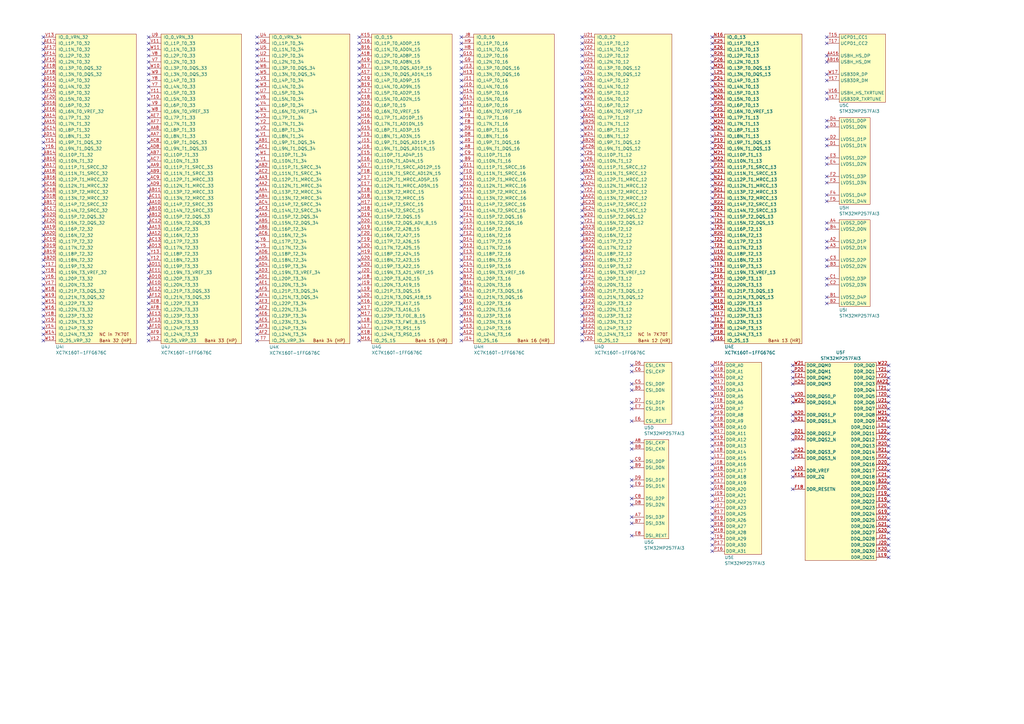
<source format=kicad_sch>
(kicad_sch (version 20250114) (generator "eeschema") (generator_version "9.0")
  (paper "A3")
  (title_block (date "2025-12-19") (rev "0.1"))
  (lib_symbols
    (symbol "st-azonenberg:STM32MP257FAI3"
      (property "Reference" "U" (at 0 -1.016 0))
      (property "Value" "STM32MP257FAI3" (at 0 -3.048 0))
      (symbol "STM32MP257FAI3_1_1"
        (pin power_in line (at -5.08 31.75 0) (length 5.08) (name "VREF+") (number "Y5"))
        (pin power_in line (at -5.08 29.21 0) (length 5.08) (name "VREF-") (number "W5"))
        (pin input line (at -5.08 24.13 0) (length 5.08) (name "ANA0") (number "V5"))
        (pin input line (at -5.08 21.59 0) (length 5.08) (name "ANA1") (number "V6"))
        (pin input line (at -5.08 16.51 0) (length 5.08) (name "OSC32_IN") (number "R1"))
        (pin output line (at -5.08 13.97 0) (length 5.08) (name "OSC32_OUT") (number "R2"))
        (pin input line (at -5.08 8.89 0) (length 5.08) (name "OSC_IN") (number "V3"))
        (pin output line (at -5.08 6.35 0) (length 5.08) (name "OSC_OUT") (number "V2"))
        (pin no_connect line (at -5.08 1.27 0) (length 5.08) (name "DNU") (number "U16"))
      )
      (symbol "STM32MP257FAI3_2_1"
        (pin bidirectional line (at -5.08 31.75 0) (length 5.08) (name "NRST") (number "U3"))
        (pin input line (at -5.08 29.21 0) (length 5.08) (name "PDR_ON") (number "T7"))
        (pin input line (at -5.08 24.13 0) (length 5.08) (name "BOOT0") (number "R4"))
        (pin input line (at -5.08 21.59 0) (length 5.08) (name "BOOT1") (number "R3"))
        (pin input line (at -5.08 19.05 0) (length 5.08) (name "BOOT2") (number "T2"))
        (pin input line (at -5.08 16.51 0) (length 5.08) (name "BOOT3") (number "T1"))
        (pin input line (at -5.08 11.43 0) (length 5.08) (name "NJTRST") (number "AA2"))
        (pin input line (at -5.08 8.89 0) (length 5.08) (name "JTCK") (number "AA1"))
        (pin input line (at -5.08 6.35 0) (length 5.08) (name "JTDI") (number "AB2"))
        (pin output line (at -5.08 3.81 0) (length 5.08) (name "JTDO") (number "W1"))
        (pin input line (at -5.08 1.27 0) (length 5.08) (name "JTMS") (number "Y1"))
        (pin output line (at 30.48 31.75 180) (length 5.08) (name "NRSTC1MS") (number "T3"))
        (pin output line (at 30.48 26.67 180) (length 5.08) (name "PWR_CPU_ON") (number "T6"))
        (pin output line (at 30.48 24.13 180) (length 5.08) (name "PWR_LP") (number "U4"))
        (pin output line (at 30.48 21.59 180) (length 5.08) (name "PWR_ON") (number "T5"))
      )
      (symbol "STM32MP257FAI3_3_1"
        (pin bidirectional line (at -5.08 26.67 0) (length 5.08) (name "UCPD1_CC1") (number "T15"))
        (pin bidirectional line (at -5.08 24.13 0) (length 5.08) (name "UCPD1_CC2") (number "T17"))
        (pin bidirectional line (at -5.08 19.05 0) (length 5.08) (name "USBH_HS_DP") (number "AA16"))
        (pin bidirectional line (at -5.08 16.51 0) (length 5.08) (name "USBH_HS_DM") (number "AB16"))
        (pin bidirectional line (at -5.08 11.43 0) (length 5.08) (name "USB3DR_DP") (number "W17"))
        (pin bidirectional line (at -5.08 8.89 0) (length 5.08) (name "USB3DR_DM") (number "Y17"))
        (pin input line (at -5.08 3.81 0) (length 5.08) (name "USBH_HS_TXRTUNE") (number "V16"))
        (pin input line (at -5.08 1.27 0) (length 5.08) (name "USB3DR_TXRTUNE") (number "V17"))
      )
      (symbol "STM32MP257FAI3_4_1"
        (pin input line (at -5.08 24.13 0) (length 5.08) (name "CSI_CKN") (number "D6"))
        (pin input line (at -5.08 21.59 0) (length 5.08) (name "CSI_CKP") (number "C6"))
        (pin input line (at -5.08 16.51 0) (length 5.08) (name "CSI_D0P") (number "C5"))
        (pin input line (at -5.08 13.97 0) (length 5.08) (name "CSI_D0N") (number "B5"))
        (pin input line (at -5.08 8.89 0) (length 5.08) (name "CSI_D1P") (number "D7"))
        (pin input line (at -5.08 6.35 0) (length 5.08) (name "CSI_D1N") (number "E7"))
        (pin input line (at -5.08 1.27 0) (length 5.08) (name "CSI_REXT") (number "E6"))
      )
      (symbol "STM32MP257FAI3_5_1"
        (pin output line (at -5.08 77.47 0) (length 5.08) (name "DDR_A0") (number "M16"))
        (pin output line (at -5.08 74.93 0) (length 5.08) (name "DDR_A1") (number "U18"))
        (pin output line (at -5.08 72.39 0) (length 5.08) (name "DDR_A2") (number "N16"))
        (pin output line (at -5.08 69.85 0) (length 5.08) (name "DDR_A3") (number "M17"))
        (pin output line (at -5.08 67.31 0) (length 5.08) (name "DDR_A4") (number "N19"))
        (pin output line (at -5.08 64.77 0) (length 5.08) (name "DDR_A5") (number "M19"))
        (pin output line (at -5.08 62.23 0) (length 5.08) (name "DDR_A6") (number "T18"))
        (pin output line (at -5.08 59.69 0) (length 5.08) (name "DDR_A7") (number "U19"))
        (pin output line (at -5.08 57.15 0) (length 5.08) (name "DDR_A8") (number "P19"))
        (pin output line (at -5.08 54.61 0) (length 5.08) (name "DDR_A9") (number "P18"))
        (pin output line (at -5.08 52.07 0) (length 5.08) (name "DDR_A10") (number "N18"))
        (pin output line (at -5.08 49.53 0) (length 5.08) (name "DDR_A11") (number "N17"))
        (pin output line (at -5.08 46.99 0) (length 5.08) (name "DDR_A12") (number "K19"))
        (pin output line (at -5.08 44.45 0) (length 5.08) (name "DDR_A13") (number "K18"))
        (pin output line (at -5.08 41.91 0) (length 5.08) (name "DDR_A14") (number "L18"))
        (pin output line (at -5.08 39.37 0) (length 5.08) (name "DDR_A15") (number "L17"))
        (pin output line (at -5.08 36.83 0) (length 5.08) (name "DDR_A16") (number "J18"))
        (pin output line (at -5.08 34.29 0) (length 5.08) (name "DDR_A17") (number "H18"))
        (pin output line (at -5.08 31.75 0) (length 5.08) (name "DDR_A18") (number "H19"))
        (pin output line (at -5.08 29.21 0) (length 5.08) (name "DDR_A19") (number "K17"))
        (pin output line (at -5.08 26.67 0) (length 5.08) (name "DDR_A20") (number "G18"))
        (pin output line (at -5.08 24.13 0) (length 5.08) (name "DDR_A21") (number "J19"))
        (pin output line (at -5.08 21.59 0) (length 5.08) (name "DDR_A22") (number "H17"))
        (pin output line (at -5.08 19.05 0) (length 5.08) (name "DDR_A23") (number "J17"))
        (pin output line (at -5.08 16.51 0) (length 5.08) (name "DDR_A25") (number "R17"))
        (pin output line (at -5.08 13.97 0) (length 5.08) (name "DDR_A26") (number "R19"))
        (pin output line (at -5.08 11.43 0) (length 5.08) (name "DDR_A27") (number "R18"))
        (pin output line (at -5.08 8.89 0) (length 5.08) (name "DDR_A28") (number "M18"))
        (pin output line (at -5.08 6.35 0) (length 5.08) (name "DDR_A29") (number "T19"))
        (pin output line (at -5.08 3.81 0) (length 5.08) (name "DDR_A30") (number "P17"))
        (pin output line (at -5.08 1.27 0) (length 5.08) (name "DDR_A31") (number "P16"))
      )
      (symbol "STM32MP257FAI3_6_1"
        (pin output line (at -5.08 80.01 0) (length 5.08) (name "DDR_DQM0") (number "W21"))
        (pin output line (at -5.08 77.47 0) (length 5.08) (name "DDR_DQM1") (number "P20"))
        (pin output line (at -5.08 74.93 0) (length 5.08) (name "DDR_DQM2") (number "E21"))
        (pin output line (at -5.08 72.39 0) (length 5.08) (name "DDR_DQM3") (number "H20"))
        (pin bidirectional line (at -5.08 67.31 0) (length 5.08) (name "DDR_DQS0_P") (number "V20"))
        (pin bidirectional line (at -5.08 64.77 0) (length 5.08) (name "DDR_DQS0_N") (number "W20"))
        (pin bidirectional line (at -5.08 59.69 0) (length 5.08) (name "DDR_DQS1_P") (number "N20"))
        (pin bidirectional line (at -5.08 57.15 0) (length 5.08) (name "DDR_DQS1_N") (number "N21"))
        (pin bidirectional line (at -5.08 52.07 0) (length 5.08) (name "DDR_DQS2_P") (number "D21"))
        (pin bidirectional line (at -5.08 49.53 0) (length 5.08) (name "DDR_DQS2_N") (number "D22"))
        (pin bidirectional line (at -5.08 44.45 0) (length 5.08) (name "DDR_DQS3_P") (number "H22"))
        (pin bidirectional line (at -5.08 41.91 0) (length 5.08) (name "DDR_DQS3_N") (number "H21"))
        (pin input line (at -5.08 36.83 0) (length 5.08) (name "DDR_VREF") (number "L20"))
        (pin input line (at -5.08 34.29 0) (length 5.08) (name "DDR_ZQ") (number "K16"))
        (pin output line (at -5.08 29.21 0) (length 5.08) (name "DDR_RESETN") (number "F18"))
        (pin bidirectional line (at 34.29 80.01 180) (length 5.08) (name "DDR_DQ0") (number "W22"))
        (pin bidirectional line (at 34.29 77.47 180) (length 5.08) (name "DDR_DQ1") (number "Y21"))
        (pin bidirectional line (at 34.29 74.93 180) (length 5.08) (name "DDR_DQ2") (number "Y22"))
        (pin bidirectional line (at 34.29 72.39 180) (length 5.08) (name "DDR_DQ3") (number "AA22"))
        (pin bidirectional line (at 34.29 69.85 180) (length 5.08) (name "DDR_DQ4") (number "T21"))
        (pin bidirectional line (at 34.29 67.31 180) (length 5.08) (name "DDR_DQ5") (number "T20"))
        (pin bidirectional line (at 34.29 64.77 180) (length 5.08) (name "DDR_DQ6") (number "U21"))
        (pin bidirectional line (at 34.29 62.23 180) (length 5.08) (name "DDR_DQ7") (number "U20"))
        (pin bidirectional line (at 34.29 59.69 180) (length 5.08) (name "DDR_DQ8") (number "M21"))
        (pin bidirectional line (at 34.29 57.15 180) (length 5.08) (name "DDR_DQ9") (number "M22"))
        (pin bidirectional line (at 34.29 54.61 180) (length 5.08) (name "DDR_DQ10") (number "L21"))
        (pin bidirectional line (at 34.29 52.07 180) (length 5.08) (name "DDR_DQ11") (number "L22"))
        (pin bidirectional line (at 34.29 49.53 180) (length 5.08) (name "DDR_DQ12") (number "T22"))
        (pin bidirectional line (at 34.29 46.99 180) (length 5.08) (name "DDR_DQ13") (number "R20"))
        (pin bidirectional line (at 34.29 44.45 180) (length 5.08) (name "DDR_DQ14") (number "R21"))
        (pin bidirectional line (at 34.29 41.91 180) (length 5.08) (name "DDR_DQ15") (number "R22"))
        (pin bidirectional line (at 34.29 39.37 180) (length 5.08) (name "DDR_DQ16") (number "D20"))
        (pin bidirectional line (at 34.29 36.83 180) (length 5.08) (name "DDR_DQ17") (number "C22"))
        (pin bidirectional line (at 34.29 34.29 180) (length 5.08) (name "DDR_DQ18") (number "C21"))
        (pin bidirectional line (at 34.29 31.75 180) (length 5.08) (name "DDR_DQ19") (number "B22"))
        (pin bidirectional line (at 34.29 29.21 180) (length 5.08) (name "DDR_DQ20") (number "F20"))
        (pin bidirectional line (at 34.29 26.67 180) (length 5.08) (name "DDR_DQ21") (number "F19"))
        (pin bidirectional line (at 34.29 24.13 180) (length 5.08) (name "DDR_DQ22") (number "E19"))
        (pin bidirectional line (at 34.29 21.59 180) (length 5.08) (name "DDR_DQ23") (number "E20"))
        (pin bidirectional line (at 34.29 19.05 180) (length 5.08) (name "DDR_DQ24") (number "G19"))
        (pin bidirectional line (at 34.29 16.51 180) (length 5.08) (name "DDR_DQ25") (number "G22"))
        (pin bidirectional line (at 34.29 13.97 180) (length 5.08) (name "DDR_DQ26") (number "G21"))
        (pin bidirectional line (at 34.29 11.43 180) (length 5.08) (name "DDR_DQ27") (number "G20"))
        (pin bidirectional line (at 34.29 8.89 180) (length 5.08) (name "DDQ_DQ28") (number "J21"))
        (pin bidirectional line (at 34.29 6.35 180) (length 5.08) (name "DDR_DQ29") (number "J20"))
        (pin bidirectional line (at 34.29 3.81 180) (length 5.08) (name "DDR_DQ30") (number "K20"))
        (pin bidirectional line (at 34.29 1.27 180) (length 5.08) (name "DDR_DQ31") (number "L19"))
      )
      (symbol "STM32MP257FAI3_7_1"
        (pin output line (at -5.08 39.37 0) (length 5.08) (name "DSI_CKP") (number "A8"))
        (pin output line (at -5.08 36.83 0) (length 5.08) (name "DSI_CKN") (number "B8"))
        (pin output line (at -5.08 31.75 0) (length 5.08) (name "DSI_D0P") (number "C9"))
        (pin output line (at -5.08 29.21 0) (length 5.08) (name "DSI_D0N") (number "B9"))
        (pin output line (at -5.08 24.13 0) (length 5.08) (name "DSI_D1P") (number "D9"))
        (pin output line (at -5.08 21.59 0) (length 5.08) (name "DSI_D1N") (number "E9"))
        (pin output line (at -5.08 16.51 0) (length 5.08) (name "DSI_D2P") (number "C8"))
        (pin output line (at -5.08 13.97 0) (length 5.08) (name "DSI_D2N") (number "D8"))
        (pin output line (at -5.08 8.89 0) (length 5.08) (name "DSI_D3P") (number "A7"))
        (pin output line (at -5.08 6.35 0) (length 5.08) (name "DSI_D3N") (number "B7"))
        (pin input line (at -5.08 1.27 0) (length 5.08) (name "DSI_REXT") (number "E8"))
      )
      (symbol "STM32MP257FAI3_8_1"
        (pin output line (at -5.08 34.29 0) (length 5.08) (name "LVDS1_D0P") (number "D4"))
        (pin output line (at -5.08 31.75 0) (length 5.08) (name "LVDS1_D0N") (number "D3"))
        (pin output line (at -5.08 26.67 0) (length 5.08) (name "LVDS1_D1P") (number "D2"))
        (pin output line (at -5.08 24.13 0) (length 5.08) (name "LVDS1_D1N") (number "D1"))
        (pin output line (at -5.08 19.05 0) (length 5.08) (name "LVDS1_D2P") (number "E3"))
        (pin output line (at -5.08 16.51 0) (length 5.08) (name "LVDS1_D2N") (number "E4"))
        (pin output line (at -5.08 11.43 0) (length 5.08) (name "LVDS1_D3P") (number "F2"))
        (pin output line (at -5.08 8.89 0) (length 5.08) (name "LVDS1_D3N") (number "F3"))
        (pin output line (at -5.08 3.81 0) (length 5.08) (name "LVDS1_D4P") (number "F4"))
        (pin output line (at -5.08 1.27 0) (length 5.08) (name "LVDS1_D4N") (number "F5"))
      )
      (symbol "STM32MP257FAI3_9_1"
        (pin output line (at -5.08 34.29 0) (length 5.08) (name "LVDS2_D0P") (number "A4"))
        (pin output line (at -5.08 31.75 0) (length 5.08) (name "LVDS2_D0N") (number "B4"))
        (pin output line (at -5.08 26.67 0) (length 5.08) (name "LVDS2_D1P") (number "A2"))
        (pin output line (at -5.08 24.13 0) (length 5.08) (name "LVDS2_D1N") (number "A3"))
        (pin output line (at -5.08 19.05 0) (length 5.08) (name "LVDS2_D2P") (number "C3"))
        (pin output line (at -5.08 16.51 0) (length 5.08) (name "LVDS2_D2N") (number "B3"))
        (pin output line (at -5.08 11.43 0) (length 5.08) (name "LVDS2_D3P") (number "C1"))
        (pin output line (at -5.08 8.89 0) (length 5.08) (name "LVDS2_D3N") (number "C2"))
        (pin output line (at -5.08 3.81 0) (length 5.08) (name "LVDS2_D4P") (number "B1"))
        (pin output line (at -5.08 1.27 0) (length 5.08) (name "LVDS2_D4N") (number "B2"))
      )
      (symbol "STM32MP257FAI3_10_1"
        (pin input line (at -5.08 31.75 0) (length 5.08) (name "PCIE_CLKINP") (number "Y18"))
        (pin input line (at -5.08 29.21 0) (length 5.08) (name "PCIE_CLKINN") (number "AA18"))
        (pin output line (at -5.08 24.13 0) (length 5.08) (name "PCIE_CLKOUTP") (number "AA21"))
        (pin output line (at -5.08 21.59 0) (length 5.08) (name "PCIE_CLKOUTN") (number "AB21"))
        (pin passive line (at -5.08 16.51 0) (length 5.08) (name "COMBOPHY_REXT") (number "Y20"))
        (pin input line (at -5.08 11.43 0) (length 5.08) (name "COMBOPHY_RX1P") (number "AA20"))
        (pin input line (at -5.08 8.89 0) (length 5.08) (name "COMBOPHY_RX1N") (number "AB20"))
        (pin output line (at -5.08 3.81 0) (length 5.08) (name "COMBOPHY_TX1P") (number "AA19"))
        (pin output line (at -5.08 1.27 0) (length 5.08) (name "COMBOPHY_TX1N") (number "AB19"))
      )
      (symbol "STM32MP257FAI3_11_1"
        (pin bidirectional line (at -5.08 39.37 0) (length 5.08) (name "PA0") (number "Y2"))
        (pin bidirectional line (at -5.08 36.83 0) (length 5.08) (name "PA1") (number "V15") (alternate "I2C4_SDA" bidirectional line) (alternate "I2C6_SDA" bidirectional line))
        (pin bidirectional line (at -5.08 34.29 0) (length 5.08) (name "PA2") (number "W13") (alternate "USART1_RX" bidirectional line))
        (pin bidirectional line (at -5.08 31.75 0) (length 5.08) (name "PA3") (number "T14") (alternate "USART1_TX" bidirectional line))
        (pin bidirectional line (at -5.08 29.21 0) (length 5.08) (name "PA4") (number "Y15"))
        (pin bidirectional line (at -5.08 26.67 0) (length 5.08) (name "PA5") (number "Y13"))
        (pin bidirectional line (at -5.08 24.13 0) (length 5.08) (name "PA6") (number "V14"))
        (pin bidirectional line (at -5.08 21.59 0) (length 5.08) (name "PA7") (number "Y14"))
        (pin bidirectional line (at -5.08 19.05 0) (length 5.08) (name "PA8") (number "W15"))
        (pin bidirectional line (at -5.08 16.51 0) (length 5.08) (name "PA9") (number "T12"))
        (pin bidirectional line (at -5.08 13.97 0) (length 5.08) (name "PA10") (number "U13"))
        (pin bidirectional line (at -5.08 11.43 0) (length 5.08) (name "PA11") (number "W12"))
        (pin bidirectional line (at -5.08 8.89 0) (length 5.08) (name "PA12") (number "U12") (alternate "I2C4_SCL" bidirectional line) (alternate "I2C6_SCL" bidirectional line))
        (pin bidirectional line (at -5.08 6.35 0) (length 5.08) (name "PA13") (number "Y12"))
        (pin bidirectional line (at -5.08 3.81 0) (length 5.08) (name "PA14") (number "U10"))
        (pin bidirectional line (at -5.08 1.27 0) (length 5.08) (name "PA15") (number "T10"))
      )
      (symbol "STM32MP257FAI3_12_1"
        (text "VDDIO4" (at 21.59 25.654 900) (effects (font (size 1.27 1.27))))
        (pin bidirectional line (at -5.08 39.37 0) (length 5.08) (name "PB0") (number "C11") (alternate "OCTOSPIM_P2_IO0" bidirectional line))
        (pin bidirectional line (at -5.08 36.83 0) (length 5.08) (name "PB1") (number "D11") (alternate "OCTOSPIM_P2_IO1" bidirectional line))
        (pin bidirectional line (at -5.08 34.29 0) (length 5.08) (name "PB2") (number "C10") (alternate "OCTOSPIM_P2_IO2" bidirectional line))
        (pin bidirectional line (at -5.08 31.75 0) (length 5.08) (name "PB3") (number "E10") (alternate "OCTOSPIM_P2_IO3" bidirectional line))
        (pin bidirectional line (at -5.08 29.21 0) (length 5.08) (name "PB4") (number "D10") (alternate "OCTOSPIM_P2_IO4" bidirectional line))
        (pin bidirectional line (at -5.08 26.67 0) (length 5.08) (name "PB5") (number "B11") (alternate "OCTOSPIM_P2_IO5" bidirectional line))
        (pin bidirectional line (at -5.08 24.13 0) (length 5.08) (name "PB6") (number "C12") (alternate "OCTOSPIM_P2_IO6" bidirectional line))
        (pin bidirectional line (at -5.08 21.59 0) (length 5.08) (name "PB7") (number "D12") (alternate "OCTOSPIM_P2_IO7" bidirectional line))
        (pin bidirectional line (at -5.08 19.05 0) (length 5.08) (name "PB8") (number "G11") (alternate "OCTOSPIM_P2_NCS1" bidirectional line) (alternate "USART1_TX" bidirectional line))
        (pin bidirectional line (at -5.08 16.51 0) (length 5.08) (name "PB9") (number "A12") (alternate "OCTOSPIM_P2_DQS" bidirectional line))
        (pin bidirectional line (at -5.08 13.97 0) (length 5.08) (name "PB10") (number "A11") (alternate "OCTOSPIM_P2_CLK" bidirectional line) (alternate "USART1_RX" bidirectional line))
        (pin bidirectional line (at -5.08 11.43 0) (length 5.08) (name "PB11") (number "B12") (alternate "OCTOSPIM_P2_NCLK" bidirectional line))
        (pin bidirectional line (at -5.08 8.89 0) (length 5.08) (name "PB12") (number "B20"))
        (pin bidirectional line (at -5.08 6.35 0) (length 5.08) (name "PB13") (number "D19"))
        (pin bidirectional line (at -5.08 3.81 0) (length 5.08) (name "PB14") (number "C20"))
        (pin bidirectional line (at -5.08 1.27 0) (length 5.08) (name "PB15") (number "AB4"))
      )
      (symbol "STM32MP257FAI3_13_1"
        (pin bidirectional line (at -5.08 34.29 0) (length 5.08) (name "PC0") (number "AA12"))
        (pin bidirectional line (at -5.08 31.75 0) (length 5.08) (name "PC1") (number "V11"))
        (pin bidirectional line (at -5.08 29.21 0) (length 5.08) (name "PC2") (number "Y11"))
        (pin bidirectional line (at -5.08 26.67 0) (length 5.08) (name "PC3") (number "W9"))
        (pin bidirectional line (at -5.08 24.13 0) (length 5.08) (name "PC4") (number "V9"))
        (pin bidirectional line (at -5.08 21.59 0) (length 5.08) (name "PC5") (number "U9") (alternate "I2C4_SDA" bidirectional line))
        (pin bidirectional line (at -5.08 19.05 0) (length 5.08) (name "PC6") (number "AA10") (alternate "I2C4_SCL" bidirectional line))
        (pin bidirectional line (at -5.08 16.51 0) (length 5.08) (name "PC7") (number "AF9"))
        (pin bidirectional line (at -5.08 13.97 0) (length 5.08) (name "PC8") (number "V8"))
        (pin bidirectional line (at -5.08 11.43 0) (length 5.08) (name "PC9") (number "U8"))
        (pin bidirectional line (at -5.08 8.89 0) (length 5.08) (name "PC10") (number "AG10"))
        (pin bidirectional line (at -5.08 6.35 0) (length 5.08) (name "PC11") (number "AB7"))
        (pin bidirectional line (at -5.08 3.81 0) (length 5.08) (name "PC12") (number "Y7") (alternate "I2C3_SCL" bidirectional line))
        (pin bidirectional line (at -5.08 1.27 0) (length 5.08) (name "PC13") (number "P6"))
      )
      (symbol "STM32MP257FAI3_14_1"
        (text "VDDIO3" (at 21.59 25.654 900) (effects (font (size 1.27 1.27))))
        (pin bidirectional line (at -5.08 39.37 0) (length 5.08) (name "PD0") (number "D14") (alternate "OCTOSPIM_P1_CLK" bidirectional line) (alternate "TRACECLK" bidirectional line))
        (pin bidirectional line (at -5.08 36.83 0) (length 5.08) (name "PD1") (number "E15"))
        (pin bidirectional line (at -5.08 34.29 0) (length 5.08) (name "PD2") (number "E14"))
        (pin bidirectional line (at -5.08 31.75 0) (length 5.08) (name "PD3") (number "C15") (alternate "OCTOSPIM_P1_NCS1" bidirectional line))
        (pin bidirectional line (at -5.08 29.21 0) (length 5.08) (name "PD4") (number "C14") (alternate "OCTOSPIM_P1_IO0" bidirectional line) (alternate "TRACED0" bidirectional line))
        (pin bidirectional line (at -5.08 26.67 0) (length 5.08) (name "PD5") (number "B15") (alternate "OCTOSPIM_P1_IO1" bidirectional line) (alternate "TRACED1" bidirectional line))
        (pin bidirectional line (at -5.08 24.13 0) (length 5.08) (name "PD6") (number "A15") (alternate "OCTOSPIM_P1_IO2" bidirectional line) (alternate "TRACED2" bidirectional line))
        (pin bidirectional line (at -5.08 21.59 0) (length 5.08) (name "PD7") (number "D15") (alternate "OCTOSPIM_P1_IO3" bidirectional line) (alternate "TRACED3" bidirectional line))
        (pin bidirectional line (at -5.08 19.05 0) (length 5.08) (name "PD8") (number "C13"))
        (pin bidirectional line (at -5.08 16.51 0) (length 5.08) (name "PD9") (number "B13"))
        (pin bidirectional line (at -5.08 13.97 0) (length 5.08) (name "PD10") (number "D13") (alternate "I2C4_SDA" bidirectional line))
        (pin bidirectional line (at -5.08 11.43 0) (length 5.08) (name "PD11") (number "E13") (alternate "I2C4_SCL" bidirectional line))
        (pin bidirectional line (at -5.08 8.89 0) (length 5.08) (name "PD12") (number "A21"))
        (pin bidirectional line (at -5.08 6.35 0) (length 5.08) (name "PD13") (number "B21"))
        (pin bidirectional line (at -5.08 3.81 0) (length 5.08) (name "PD14") (number "G15"))
        (pin bidirectional line (at -5.08 1.27 0) (length 5.08) (name "PD15") (number "F16"))
      )
      (symbol "STM32MP257FAI3_15_1"
        (text "VDDIO1" (at 21.844 33.02 900) (effects (font (size 1.27 1.27))))
        (text "VDDIO2" (at 21.844 12.7 900) (effects (font (size 1.27 1.27))))
        (pin bidirectional line (at -5.08 39.37 0) (length 5.08) (name "PE0") (number "A16") (alternate "TRACED2" bidirectional line))
        (pin bidirectional line (at -5.08 36.83 0) (length 5.08) (name "PE1") (number "B16") (alternate "TRACED3" bidirectional line))
        (pin bidirectional line (at -5.08 34.29 0) (length 5.08) (name "PE2") (number "C16"))
        (pin bidirectional line (at -5.08 31.75 0) (length 5.08) (name "PE3") (number "D16") (alternate "TRACECLK" bidirectional line))
        (pin bidirectional line (at -5.08 29.21 0) (length 5.08) (name "PE4") (number "B17") (alternate "TRACED0" bidirectional line))
        (pin bidirectional line (at -5.08 26.67 0) (length 5.08) (name "PE5") (number "C17") (alternate "TRACED1" bidirectional line))
        (pin bidirectional line (at -5.08 24.13 0) (length 5.08) (name "PE6") (number "E16") (alternate "USART1_TX" bidirectional line))
        (pin bidirectional line (at -5.08 21.59 0) (length 5.08) (name "PE7") (number "D17") (alternate "USART1_RX" bidirectional line))
        (pin bidirectional line (at -5.08 19.05 0) (length 5.08) (name "PE8") (number "C18"))
        (pin bidirectional line (at -5.08 16.51 0) (length 5.08) (name "PE9") (number "D18"))
        (pin bidirectional line (at -5.08 13.97 0) (length 5.08) (name "PE10") (number "A19"))
        (pin bidirectional line (at -5.08 11.43 0) (length 5.08) (name "PE11") (number "E17"))
        (pin bidirectional line (at -5.08 8.89 0) (length 5.08) (name "PE12") (number "C19"))
        (pin bidirectional line (at -5.08 6.35 0) (length 5.08) (name "PE13") (number "B19"))
        (pin bidirectional line (at -5.08 3.81 0) (length 5.08) (name "PE14") (number "A20"))
        (pin bidirectional line (at -5.08 1.27 0) (length 5.08) (name "PE15") (number "F17"))
      )
      (symbol "STM32MP257FAI3_16_1"
        (pin bidirectional line (at -5.08 39.37 0) (length 5.08) (name "PF0") (number "V12"))
        (pin bidirectional line (at -5.08 36.83 0) (length 5.08) (name "PF1") (number "W11"))
        (pin bidirectional line (at -5.08 34.29 0) (length 5.08) (name "PF2") (number "V10"))
        (pin bidirectional line (at -5.08 31.75 0) (length 5.08) (name "PF3") (number "W10"))
        (pin bidirectional line (at -5.08 29.21 0) (length 5.08) (name "PF4") (number "Y10"))
        (pin bidirectional line (at -5.08 26.67 0) (length 5.08) (name "PF5") (number "Y9"))
        (pin bidirectional line (at -5.08 24.13 0) (length 5.08) (name "PF6") (number "AB8"))
        (pin bidirectional line (at -5.08 21.59 0) (length 5.08) (name "PF7") (number "T9"))
        (pin bidirectional line (at -5.08 19.05 0) (length 5.08) (name "PF8") (number "AA8"))
        (pin bidirectional line (at -5.08 16.51 0) (length 5.08) (name "PF9") (number "AA7"))
        (pin bidirectional line (at -5.08 13.97 0) (length 5.08) (name "PF10") (number "AE5"))
        (pin bidirectional line (at -5.08 11.43 0) (length 5.08) (name "PF11") (number "Y6"))
        (pin bidirectional line (at -5.08 8.89 0) (length 5.08) (name "PF12") (number "K3") (alternate "TRACECLK" bidirectional line))
        (pin bidirectional line (at -5.08 6.35 0) (length 5.08) (name "PF13") (number "L4") (alternate "TRACED0" bidirectional line))
        (pin bidirectional line (at -5.08 3.81 0) (length 5.08) (name "PF14") (number "H1") (alternate "TRACED1" bidirectional line))
        (pin bidirectional line (at -5.08 1.27 0) (length 5.08) (name "PF15") (number "L7") (alternate "TRACED2" bidirectional line))
      )
      (symbol "STM32MP257FAI3_17_1"
        (pin bidirectional line (at -5.08 39.37 0) (length 5.08) (name "PG0") (number "W7") (alternate "I2C3_SDA" bidirectional line))
        (pin bidirectional line (at -5.08 36.83 0) (length 5.08) (name "PG1") (number "W6") (alternate "I2C3_SCL" bidirectional line))
        (pin bidirectional line (at -5.08 34.29 0) (length 5.08) (name "PG2") (number "Y4") (alternate "I2C3_SDA" bidirectional line))
        (pin bidirectional line (at -5.08 31.75 0) (length 5.08) (name "PG3") (number "W4"))
        (pin bidirectional line (at -5.08 29.21 0) (length 5.08) (name "PG4") (number "AA4"))
        (pin bidirectional line (at -5.08 26.67 0) (length 5.08) (name "PG5") (number "L1") (alternate "I2C6_SDA" bidirectional line) (alternate "TRACED3" bidirectional line))
        (pin bidirectional line (at -5.08 24.13 0) (length 5.08) (name "PG6") (number "H2") (alternate "I2C6_SCL" bidirectional line))
        (pin bidirectional line (at -5.08 21.59 0) (length 5.08) (name "PG7") (number "K4"))
        (pin bidirectional line (at -5.08 19.05 0) (length 5.08) (name "PG8") (number "L5"))
        (pin bidirectional line (at -5.08 16.51 0) (length 5.08) (name "PG9") (number "G3"))
        (pin bidirectional line (at -5.08 13.97 0) (length 5.08) (name "PG10") (number "H3"))
        (pin bidirectional line (at -5.08 11.43 0) (length 5.08) (name "PG11") (number "J4"))
        (pin bidirectional line (at -5.08 8.89 0) (length 5.08) (name "PG12") (number "J3"))
        (pin bidirectional line (at -5.08 6.35 0) (length 5.08) (name "PG13") (number "K5"))
        (pin bidirectional line (at -5.08 3.81 0) (length 5.08) (name "PG14") (number "G4") (alternate "USART1_TX" bidirectional line))
        (pin bidirectional line (at -5.08 1.27 0) (length 5.08) (name "PG15") (number "H4") (alternate "USART1_RX" bidirectional line))
      )
      (symbol "STM32MP257FAI3_18_1"
        (pin bidirectional line (at -5.08 29.21 0) (length 5.08) (name "PH2") (number "V13") (alternate "I2C3_SDA" bidirectional line))
        (pin bidirectional line (at -5.08 26.67 0) (length 5.08) (name "PH3") (number "W14"))
        (pin bidirectional line (at -5.08 24.13 0) (length 5.08) (name "PH4") (number "AB15"))
        (pin bidirectional line (at -5.08 21.59 0) (length 5.08) (name "PH5") (number "AA15"))
        (pin bidirectional line (at -5.08 19.05 0) (length 5.08) (name "PH6") (number "AA14") (alternate "I2C3_SCL" bidirectional line))
        (pin bidirectional line (at -5.08 16.51 0) (length 5.08) (name "PH7") (number "T13"))
        (pin bidirectional line (at -5.08 13.97 0) (length 5.08) (name "PH8") (number "U14"))
        (pin bidirectional line (at -5.08 11.43 0) (length 5.08) (name "PH9") (number "AB12"))
        (pin bidirectional line (at -5.08 8.89 0) (length 5.08) (name "PH10") (number "U11"))
        (pin bidirectional line (at -5.08 6.35 0) (length 5.08) (name "PH11") (number "T11"))
        (pin bidirectional line (at -5.08 3.81 0) (length 5.08) (name "PH12") (number "AA11"))
        (pin bidirectional line (at -5.08 1.27 0) (length 5.08) (name "PH13") (number "AB11"))
      )
      (symbol "STM32MP257FAI3_19_1"
        (pin bidirectional line (at -5.08 39.37 0) (length 5.08) (name "PI0") (number "G5"))
        (pin bidirectional line (at -5.08 36.83 0) (length 5.08) (name "PI1") (number "H6"))
        (pin bidirectional line (at -5.08 34.29 0) (length 5.08) (name "PI2") (number "J5"))
        (pin bidirectional line (at -5.08 31.75 0) (length 5.08) (name "PI3") (number "J6"))
        (pin bidirectional line (at -5.08 29.21 0) (length 5.08) (name "PI4") (number "K6"))
        (pin bidirectional line (at -5.08 26.67 0) (length 5.08) (name "PI5") (number "H5"))
        (pin bidirectional line (at -5.08 24.13 0) (length 5.08) (name "PI6") (number "J7"))
        (pin bidirectional line (at -5.08 21.59 0) (length 5.08) (name "PI7") (number "L6"))
        (pin bidirectional line (at -5.08 19.05 0) (length 5.08) (name "PI8") (number "M6"))
        (pin bidirectional line (at -5.08 16.51 0) (length 5.08) (name "PI9") (number "K7"))
        (pin bidirectional line (at -5.08 13.97 0) (length 5.08) (name "PI10") (number "G16"))
        (pin bidirectional line (at -5.08 11.43 0) (length 5.08) (name "PI11") (number "E18"))
        (pin bidirectional line (at -5.08 8.89 0) (length 5.08) (name "PI12") (number "G1"))
        (pin bidirectional line (at -5.08 6.35 0) (length 5.08) (name "PI13") (number "G2"))
        (pin bidirectional line (at -5.08 3.81 0) (length 5.08) (name "PI14") (number "G13"))
        (pin bidirectional line (at -5.08 1.27 0) (length 5.08) (name "PI15") (number "E11"))
      )
      (symbol "STM32MP257FAI3_20_1"
        (pin bidirectional line (at -5.08 39.37 0) (length 5.08) (name "PJ0") (number "U15"))
        (pin bidirectional line (at -5.08 36.83 0) (length 5.08) (name "PJ1") (number "Y3"))
        (pin bidirectional line (at -5.08 34.29 0) (length 5.08) (name "PJ2") (number "AB3"))
        (pin bidirectional line (at -5.08 31.75 0) (length 5.08) (name "PJ3") (number "AA3"))
        (pin bidirectional line (at -5.08 29.21 0) (length 5.08) (name "PJ4") (number "W3"))
        (pin bidirectional line (at -5.08 26.67 0) (length 5.08) (name "PJ5") (number "V4"))
        (pin bidirectional line (at -5.08 24.13 0) (length 5.08) (name "PJ6") (number "U5"))
        (pin bidirectional line (at -5.08 21.59 0) (length 5.08) (name "PJ7") (number "W2"))
        (pin bidirectional line (at -5.08 19.05 0) (length 5.08) (name "PJ8") (number "M2"))
        (pin bidirectional line (at -5.08 16.51 0) (length 5.08) (name "PJ9") (number "M1"))
        (pin bidirectional line (at -5.08 13.97 0) (length 5.08) (name "PJ10") (number "M3"))
        (pin bidirectional line (at -5.08 11.43 0) (length 5.08) (name "PJ11") (number "M5"))
        (pin bidirectional line (at -5.08 8.89 0) (length 5.08) (name "PJ12") (number "L2"))
        (pin bidirectional line (at -5.08 6.35 0) (length 5.08) (name "PJ13") (number "M4"))
        (pin bidirectional line (at -5.08 3.81 0) (length 5.08) (name "PJ14") (number "L3"))
        (pin bidirectional line (at -5.08 1.27 0) (length 5.08) (name "PJ15") (number "K2"))
      )
      (symbol "STM32MP257FAI3_21_1"
        (pin bidirectional line (at -5.08 19.05 0) (length 5.08) (name "PK0") (number "F12"))
        (pin bidirectional line (at -5.08 16.51 0) (length 5.08) (name "PK1") (number "E12"))
        (pin bidirectional line (at -5.08 13.97 0) (length 5.08) (name "PK2") (number "F13") (alternate "I2C6_SDA" bidirectional line))
        (pin bidirectional line (at -5.08 11.43 0) (length 5.08) (name "PK3") (number "F15"))
        (pin bidirectional line (at -5.08 8.89 0) (length 5.08) (name "PK4") (number "F11"))
        (pin bidirectional line (at -5.08 6.35 0) (length 5.08) (name "PK5") (number "F14") (alternate "USART1_TX" bidirectional line))
        (pin bidirectional line (at -5.08 3.81 0) (length 5.08) (name "PK6") (number "G12") (alternate "I2C6_SCL" bidirectional line))
        (pin bidirectional line (at -5.08 1.27 0) (length 5.08) (name "PK7") (number "G14") (alternate "USART1_RX" bidirectional line))
      )
      (symbol "STM32MP257FAI3_22_1"
        (pin bidirectional line (at -5.08 24.13 0) (length 5.08) (name "PZ0") (number "N5") (alternate "LPUART1_TX" output line))
        (pin bidirectional line (at -5.08 21.59 0) (length 5.08) (name "PZ1") (number "N6") (alternate "LPUART1_RX" bidirectional line))
        (pin bidirectional line (at -5.08 19.05 0) (length 5.08) (name "PZ2") (number "P4"))
        (pin bidirectional line (at -5.08 16.51 0) (length 5.08) (name "PZ3") (number "N4"))
        (pin bidirectional line (at -5.08 13.97 0) (length 5.08) (name "PZ4") (number "R5") (alternate "LPUART1_RX" bidirectional line))
        (pin bidirectional line (at -5.08 11.43 0) (length 5.08) (name "PZ5") (number "P5"))
        (pin bidirectional line (at -5.08 8.89 0) (length 5.08) (name "PZ6") (number "R6"))
        (pin bidirectional line (at -5.08 6.35 0) (length 5.08) (name "PZ7") (number "P2") (alternate "LPUART1_TX" bidirectional line))
        (pin bidirectional line (at -5.08 3.81 0) (length 5.08) (name "PZ8") (number "P3") (alternate "LPUART1_RX" bidirectional line))
        (pin bidirectional line (at -5.08 1.27 0) (length 5.08) (name "PZ9") (number "N3") (alternate "LPUART1_TX" bidirectional line))
      )
      (symbol "STM32MP257FAI3_23_1"
        (pin power_in line (at -5.08 87.63 0) (length 5.08) (name "VDD") (number "M9"))
        (pin power_in line (at -5.08 85.09 0) (length 5.08) (name "VDD") (number "N8"))
        (pin power_in line (at -5.08 82.55 0) (length 5.08) (name "VDD") (number "P9"))
        (pin power_in line (at -5.08 80.01 0) (length 5.08) (name "VDD") (number "P11"))
        (pin power_in line (at -5.08 77.47 0) (length 5.08) (name "VDD") (number "R8"))
        (pin power_in line (at -5.08 74.93 0) (length 5.08) (name "VDD") (number "R10"))
        (pin power_in line (at -5.08 69.85 0) (length 5.08) (name "VDDA18ADC") (number "V7"))
        (pin power_in line (at -5.08 67.31 0) (length 5.08) (name "VDDA18CSI") (number "F6"))
        (pin power_in line (at -5.08 64.77 0) (length 5.08) (name "VDDA18DDR") (number "J16"))
        (pin power_in line (at -5.08 62.23 0) (length 5.08) (name "VDDA18DSI") (number "C7"))
        (pin power_in line (at -5.08 59.69 0) (length 5.08) (name "VDDA18LVDS") (number "C4"))
        (pin power_in line (at -5.08 57.15 0) (length 5.08) (name "VDDA18PLL1") (number "G17"))
        (pin power_in line (at -5.08 54.61 0) (length 5.08) (name "VDDA18PLL2") (number "K8"))
        (pin power_in line (at -5.08 52.07 0) (length 5.08) (name "VDDA18PLL3") (number "L8"))
        (pin power_in line (at -5.08 49.53 0) (length 5.08) (name "VDDA18COMBOPHY") (number "W18"))
        (pin power_in line (at -5.08 46.99 0) (length 5.08) (name "VDDA18USB") (number "U17"))
        (pin power_in line (at -5.08 41.91 0) (length 5.08) (name "VDDQDDR") (number "K15"))
        (pin power_in line (at -5.08 39.37 0) (length 5.08) (name "VDDQDDR") (number "L16"))
        (pin power_in line (at -5.08 36.83 0) (length 5.08) (name "VDDQDDR") (number "M15"))
        (pin power_in line (at -5.08 34.29 0) (length 5.08) (name "VDDQDDR") (number "N14"))
        (pin power_in line (at -5.08 31.75 0) (length 5.08) (name "VDDQDDR") (number "P15"))
        (pin power_in line (at -5.08 29.21 0) (length 5.08) (name "VDDQDDR") (number "R14"))
        (pin power_in line (at -5.08 26.67 0) (length 5.08) (name "VDDQDDR") (number "R16"))
        (pin power_in line (at -5.08 24.13 0) (length 5.08) (name "VDDQDDR") (number "L14"))
        (pin power_in line (at -5.08 19.05 0) (length 5.08) (name "VDDIO1") (number "G10"))
        (pin power_in line (at -5.08 16.51 0) (length 5.08) (name "VDDIO2") (number "F10"))
        (pin power_in line (at -5.08 13.97 0) (length 5.08) (name "VDDIO3") (number "F8"))
        (pin power_in line (at -5.08 11.43 0) (length 5.08) (name "VDDIO3") (number "F9"))
        (pin power_in line (at -5.08 8.89 0) (length 5.08) (name "VDDIO4") (number "G8"))
        (pin power_in line (at -5.08 6.35 0) (length 5.08) (name "VDDIO4") (number "G9"))
        (pin power_in line (at -5.08 1.27 0) (length 5.08) (name "VBAT") (number "P7"))
        (pin power_in line (at 35.56 85.09 180) (length 5.08) (name "VDDCORE") (number "H7"))
        (pin power_in line (at 35.56 82.55 180) (length 5.08) (name "VDDCORE") (number "H9"))
        (pin power_in line (at 35.56 80.01 180) (length 5.08) (name "VDDCORE") (number "J8"))
        (pin power_in line (at 35.56 77.47 180) (length 5.08) (name "VDDCORE") (number "J10"))
        (pin power_in line (at 35.56 74.93 180) (length 5.08) (name "VDDCORE") (number "K9"))
        (pin power_in line (at 35.56 72.39 180) (length 5.08) (name "VDDCORE") (number "K11"))
        (pin power_in line (at 35.56 69.85 180) (length 5.08) (name "VDDCORE") (number "L10"))
        (pin power_in line (at 35.56 64.77 180) (length 5.08) (name "VDDCPU") (number "H11"))
        (pin power_in line (at 35.56 62.23 180) (length 5.08) (name "VDDCPU") (number "H13"))
        (pin power_in line (at 35.56 59.69 180) (length 5.08) (name "VDDCPU") (number "H15"))
        (pin power_in line (at 35.56 57.15 180) (length 5.08) (name "VDDCPU") (number "J12"))
        (pin power_in line (at 35.56 54.61 180) (length 5.08) (name "VDDCPU") (number "J14"))
        (pin power_in line (at 35.56 52.07 180) (length 5.08) (name "VDDCPU") (number "K13"))
        (pin power_in line (at 35.56 49.53 180) (length 5.08) (name "VDDCPU") (number "L12"))
        (pin power_in line (at 35.56 44.45 180) (length 5.08) (name "VDDGPU") (number "M11"))
        (pin power_in line (at 35.56 41.91 180) (length 5.08) (name "VDDGPU") (number "M13"))
        (pin power_in line (at 35.56 39.37 180) (length 5.08) (name "VDDGPU") (number "N10"))
        (pin power_in line (at 35.56 36.83 180) (length 5.08) (name "VDDGPU") (number "N12"))
        (pin power_in line (at 35.56 34.29 180) (length 5.08) (name "VDDGPU") (number "P13"))
        (pin power_in line (at 35.56 31.75 180) (length 5.08) (name "VDDGPU") (number "R12"))
        (pin power_in line (at 35.56 26.67 180) (length 5.08) (name "VDD33UCPD") (number "T16"))
        (pin power_in line (at 35.56 24.13 180) (length 5.08) (name "VDDCSI") (number "D5"))
        (pin power_in line (at 35.56 21.59 180) (length 5.08) (name "VDDDSI") (number "F7"))
        (pin power_in line (at 35.56 19.05 180) (length 5.08) (name "VDDLVDS") (number "G7"))
        (pin power_in line (at 35.56 16.51 180) (length 5.08) (name "VDDPCIECLK") (number "V18"))
        (pin power_in line (at 35.56 13.97 180) (length 5.08) (name "VDDCOMBOPHY") (number "V19"))
        (pin power_in line (at 35.56 11.43 180) (length 5.08) (name "VDDCOMBOPHYTX") (number "Y19"))
        (pin power_in line (at 35.56 8.89 180) (length 5.08) (name "VDDA18AON") (number "R7"))
        (pin power_in line (at 35.56 6.35 180) (length 5.08) (name "VDD33USB") (number "Y16"))
        (pin power_out line (at 35.56 1.27 180) (length 5.08) (name "V08CAP") (number "M8"))
      )
      (symbol "STM32MP257FAI3_24_1"
        (pin power_in line (at -5.08 59.69 0) (length 5.08) (name "VSSA") (number "U7"))
        (pin power_in line (at -5.08 57.15 0) (length 5.08) (name "VSSAON") (number "M7"))
        (pin power_in line (at -5.08 54.61 0) (length 5.08) (name "VSS") (number "AB1"))
        (pin power_in line (at -5.08 52.07 0) (length 5.08) (name "VSS") (number "AB22"))
        (pin power_in line (at -5.08 49.53 0) (length 5.08) (name "VSS") (number "A1"))
        (pin power_in line (at -5.08 46.99 0) (length 5.08) (name "VSS") (number "A22"))
        (pin power_in line (at -5.08 44.45 0) (length 5.08) (name "VSS") (number "E5"))
        (pin power_in line (at -5.08 41.91 0) (length 5.08) (name "VSS") (number "G6"))
        (pin power_in line (at -5.08 39.37 0) (length 5.08) (name "VSS") (number "H8"))
        (pin power_in line (at -5.08 36.83 0) (length 5.08) (name "VSS") (number "H10"))
        (pin power_in line (at -5.08 34.29 0) (length 5.08) (name "VSS") (number "H12"))
        (pin power_in line (at -5.08 31.75 0) (length 5.08) (name "VSS") (number "H14"))
        (pin power_in line (at -5.08 29.21 0) (length 5.08) (name "VSS") (number "H16"))
        (pin power_in line (at -5.08 26.67 0) (length 5.08) (name "VSS") (number "J9"))
        (pin power_in line (at -5.08 24.13 0) (length 5.08) (name "VSS") (number "J11"))
        (pin power_in line (at -5.08 21.59 0) (length 5.08) (name "VSS") (number "J13"))
        (pin power_in line (at -5.08 19.05 0) (length 5.08) (name "VSS") (number "J15"))
        (pin power_in line (at -5.08 16.51 0) (length 5.08) (name "VSS") (number "K10"))
        (pin power_in line (at -5.08 13.97 0) (length 5.08) (name "VSS") (number "K12"))
        (pin power_in line (at -5.08 11.43 0) (length 5.08) (name "VSS") (number "K14"))
        (pin power_in line (at -5.08 8.89 0) (length 5.08) (name "VSS") (number "L9"))
        (pin power_in line (at -5.08 6.35 0) (length 5.08) (name "VSS") (number "L11"))
        (pin power_in line (at -5.08 3.81 0) (length 5.08) (name "VSS") (number "L13"))
        (pin power_in line (at -5.08 1.27 0) (length 5.08) (name "VSS") (number "L15"))
        (pin power_in line (at 17.78 54.61 180) (length 5.08) (name "VSS") (number "M10"))
        (pin power_in line (at 17.78 52.07 180) (length 5.08) (name "VSS") (number "M12"))
        (pin power_in line (at 17.78 49.53 180) (length 5.08) (name "VSS") (number "M14"))
        (pin power_in line (at 17.78 46.99 180) (length 5.08) (name "VSS") (number "M20"))
        (pin power_in line (at 17.78 44.45 180) (length 5.08) (name "VSS") (number "N7"))
        (pin power_in line (at 17.78 41.91 180) (length 5.08) (name "VSS") (number "N9"))
        (pin power_in line (at 17.78 39.37 180) (length 5.08) (name "VSS") (number "N11"))
        (pin power_in line (at 17.78 36.83 180) (length 5.08) (name "VSS") (number "N13"))
        (pin power_in line (at 17.78 34.29 180) (length 5.08) (name "VSS") (number "N15"))
        (pin power_in line (at 17.78 31.75 180) (length 5.08) (name "VSS") (number "P8"))
        (pin power_in line (at 17.78 29.21 180) (length 5.08) (name "VSS") (number "P10"))
        (pin power_in line (at 17.78 26.67 180) (length 5.08) (name "VSS") (number "P12"))
        (pin power_in line (at 17.78 24.13 180) (length 5.08) (name "VSS") (number "P14"))
        (pin power_in line (at 17.78 21.59 180) (length 5.08) (name "VSS") (number "R9"))
        (pin power_in line (at 17.78 19.05 180) (length 5.08) (name "VSS") (number "R11"))
        (pin power_in line (at 17.78 16.51 180) (length 5.08) (name "VSS") (number "R13"))
        (pin power_in line (at 17.78 13.97 180) (length 5.08) (name "VSS") (number "R15"))
        (pin power_in line (at 17.78 11.43 180) (length 5.08) (name "VSS") (number "T4"))
        (pin power_in line (at 17.78 8.89 180) (length 5.08) (name "VSS") (number "U6"))
        (pin power_in line (at 17.78 6.35 180) (length 5.08) (name "VSS") (number "W8"))
        (pin power_in line (at 17.78 3.81 180) (length 5.08) (name "VSS") (number "W16"))
        (pin power_in line (at 17.78 1.27 180) (length 5.08) (name "VSS") (number "W19"))
      )
    )
    (symbol "xilinx-azonenberg:XC7KxT-FFG676" (pin_names (offset 1.016))
      (property "Reference" "U" (at 0 -1.27 0))
      (property "Value" "XC7KxT-FFG676" (at 0 -3.81 0))
      (symbol "XC7KxT-FFG676_1_0"
        (text "Config" (at 17.78 1.27 0) (effects (font (size 1.27 1.27)) (justify left)))
      )
      (symbol "XC7KxT-FFG676_1_1"
        (pin passive line (at -5.08 59.69 0) (length 5.08) (name "DXP_0") (number "R12"))
        (pin passive line (at -5.08 57.15 0) (length 5.08) (name "DXN_0") (number "R11"))
        (pin power_in line (at -5.08 52.07 0) (length 5.08) (name "VREFP_0") (number "P12"))
        (pin power_in line (at -5.08 49.53 0) (length 5.08) (name "VREFN_0") (number "N11"))
        (pin input line (at -5.08 44.45 0) (length 5.08) (name "VP_0") (number "N12"))
        (pin input line (at -5.08 41.91 0) (length 5.08) (name "VN_0") (number "P11"))
        (pin power_out line (at -5.08 36.83 0) (length 5.08) (name "CCLK_0") (number "C8"))
        (pin input line (at -5.08 31.75 0) (length 5.08) (name "TCK_0") (number "L8"))
        (pin input line (at -5.08 29.21 0) (length 5.08) (name "TMS_0") (number "N8"))
        (pin output line (at -5.08 26.67 0) (length 5.08) (name "TDO_0") (number "R7"))
        (pin input line (at -5.08 24.13 0) (length 5.08) (name "TDI_0") (number "R6"))
        (pin bidirectional line (at -5.08 19.05 0) (length 5.08) (name "INIT_B_0") (number "G7"))
        (pin input line (at -5.08 16.51 0) (length 5.08) (name "PROGRAM_B_0") (number "P6"))
        (pin output line (at -5.08 13.97 0) (length 5.08) (name "DONE_0") (number "J7"))
        (pin input line (at -5.08 8.89 0) (length 5.08) (name "CFGBVS_0") (number "P7"))
        (pin input line (at -5.08 6.35 0) (length 5.08) (name "M0_0") (number "T5"))
        (pin input line (at -5.08 3.81 0) (length 5.08) (name "M1_0") (number "T2"))
        (pin input line (at -5.08 1.27 0) (length 5.08) (name "M2_0") (number "P5"))
      )
      (symbol "XC7KxT-FFG676_2_0"
        (text "Power" (at 17.78 1.27 0) (effects (font (size 1.27 1.27)) (justify left)))
      )
      (symbol "XC7KxT-FFG676_2_1"
        (pin power_in line (at -5.08 143.51 0) (length 5.08) (name "VCCADC_0") (number "M12"))
        (pin power_in line (at -5.08 140.97 0) (length 5.08) (name "VCCBATT_0") (number "E8"))
        (pin power_in line (at -5.08 135.89 0) (length 5.08) (name "VCCBRAM") (number "N13"))
        (pin power_in line (at -5.08 133.35 0) (length 5.08) (name "VCCBRAM") (number "R13"))
        (pin power_in line (at -5.08 130.81 0) (length 5.08) (name "VCCBRAM") (number "T12"))
        (pin power_in line (at -5.08 128.27 0) (length 5.08) (name "VCCBRAM") (number "U13"))
        (pin power_in line (at -5.08 123.19 0) (length 5.08) (name "MGTAVCC") (number "C6"))
        (pin power_in line (at -5.08 120.65 0) (length 5.08) (name "MGTAVCC") (number "E6"))
        (pin power_in line (at -5.08 118.11 0) (length 5.08) (name "MGTAVCC") (number "G6"))
        (pin power_in line (at -5.08 115.57 0) (length 5.08) (name "MGTAVCC") (number "J6"))
        (pin power_in line (at -5.08 113.03 0) (length 5.08) (name "MGTAVCC") (number "L6"))
        (pin power_in line (at -5.08 107.95 0) (length 5.08) (name "MGTAVTT") (number "B3"))
        (pin power_in line (at -5.08 105.41 0) (length 5.08) (name "MGTAVTT") (number "C2"))
        (pin power_in line (at -5.08 102.87 0) (length 5.08) (name "MGTAVTT") (number "D3"))
        (pin power_in line (at -5.08 100.33 0) (length 5.08) (name "MGTAVTT") (number "G2"))
        (pin power_in line (at -5.08 97.79 0) (length 5.08) (name "MGTAVTT") (number "H3"))
        (pin power_in line (at -5.08 95.25 0) (length 5.08) (name "MGTAVTT") (number "L2"))
        (pin power_in line (at -5.08 92.71 0) (length 5.08) (name "MGTAVTT") (number "M3"))
        (pin power_in line (at -5.08 87.63 0) (length 5.08) (name "MGTVCCAUX") (number "N6"))
        (pin power_in line (at -5.08 82.55 0) (length 5.08) (name "VCCINT") (number "J9"))
        (pin power_in line (at -5.08 80.01 0) (length 5.08) (name "VCCINT") (number "K8"))
        (pin power_in line (at -5.08 77.47 0) (length 5.08) (name "VCCINT") (number "K10"))
        (pin power_in line (at -5.08 74.93 0) (length 5.08) (name "VCCINT") (number "K12"))
        (pin power_in line (at -5.08 72.39 0) (length 5.08) (name "VCCINT") (number "K14"))
        (pin power_in line (at -5.08 69.85 0) (length 5.08) (name "VCCINT") (number "L9"))
        (pin power_in line (at -5.08 67.31 0) (length 5.08) (name "VCCINT") (number "L13"))
        (pin power_in line (at -5.08 64.77 0) (length 5.08) (name "VCCINT") (number "L15"))
        (pin power_in line (at -5.08 62.23 0) (length 5.08) (name "VCCINT") (number "M8"))
        (pin power_in line (at -5.08 59.69 0) (length 5.08) (name "VCCINT") (number "M14"))
        (pin power_in line (at -5.08 57.15 0) (length 5.08) (name "VCCINT") (number "N9"))
        (pin power_in line (at -5.08 54.61 0) (length 5.08) (name "VCCINT") (number "N15"))
        (pin power_in line (at -5.08 52.07 0) (length 5.08) (name "VCCINT") (number "P14"))
        (pin power_in line (at -5.08 49.53 0) (length 5.08) (name "VCCINT") (number "R15"))
        (pin power_in line (at -5.08 46.99 0) (length 5.08) (name "VCCINT") (number "T14"))
        (pin power_in line (at -5.08 44.45 0) (length 5.08) (name "VCCINT") (number "U15"))
        (pin power_in line (at -5.08 39.37 0) (length 5.08) (name "VCCAUX") (number "T10"))
        (pin power_in line (at -5.08 36.83 0) (length 5.08) (name "VCCAUX") (number "U11"))
        (pin power_in line (at -5.08 34.29 0) (length 5.08) (name "VCCAUX") (number "L11"))
        (pin power_in line (at -5.08 31.75 0) (length 5.08) (name "VCCAUX") (number "M10"))
        (pin power_in line (at -5.08 29.21 0) (length 5.08) (name "VCCAUX") (number "P10"))
        (pin power_in line (at -5.08 24.13 0) (length 5.08) (name "VCCAUX_IO_G0") (number "T8"))
        (pin power_in line (at -5.08 21.59 0) (length 5.08) (name "VCCAUX_IO_G0") (number "R9"))
        (pin power_in line (at -5.08 19.05 0) (length 5.08) (name "VCCAUX_IO_G0") (number "P8"))
        (pin power_in line (at -5.08 13.97 0) (length 5.08) (name "VCCO_0") (number "L7"))
        (pin power_in line (at -5.08 11.43 0) (length 5.08) (name "VCCO_0") (number "T6"))
        (pin power_in line (at 40.64 143.51 180) (length 5.08) (name "VCCO_12") (number "AA21"))
        (pin power_in line (at 40.64 140.97 180) (length 5.08) (name "VCCO_12") (number "AC25"))
        (pin power_in line (at 40.64 138.43 180) (length 5.08) (name "VCCO_12") (number "AD22"))
        (pin power_in line (at 40.64 135.89 180) (length 5.08) (name "VCCO_12") (number "AF26"))
        (pin power_in line (at 40.64 133.35 180) (length 5.08) (name "VCCO_12") (number "U23"))
        (pin power_in line (at 40.64 130.81 180) (length 5.08) (name "VCCO_12") (number "V20"))
        (pin power_in line (at 40.64 128.27 180) (length 5.08) (name "VCCO_12") (number "Y24"))
        (pin power_in line (at 40.64 123.19 180) (length 5.08) (name "VCCO_13") (number "K24"))
        (pin power_in line (at 40.64 120.65 180) (length 5.08) (name "VCCO_13") (number "N25"))
        (pin power_in line (at 40.64 118.11 180) (length 5.08) (name "VCCO_13") (number "P22"))
        (pin power_in line (at 40.64 115.57 180) (length 5.08) (name "VCCO_13") (number "R19"))
        (pin power_in line (at 40.64 113.03 180) (length 5.08) (name "VCCO_13") (number "T16"))
        (pin power_in line (at 40.64 110.49 180) (length 5.08) (name "VCCO_13") (number "T26"))
        (pin power_in line (at 40.64 105.41 180) (length 5.08) (name "VCCO_14") (number "A21"))
        (pin power_in line (at 40.64 102.87 180) (length 5.08) (name "VCCO_14") (number "C25"))
        (pin power_in line (at 40.64 100.33 180) (length 5.08) (name "VCCO_14") (number "D22"))
        (pin power_in line (at 40.64 97.79 180) (length 5.08) (name "VCCO_14") (number "F26"))
        (pin power_in line (at 40.64 95.25 180) (length 5.08) (name "VCCO_14") (number "G23"))
        (pin power_in line (at 40.64 92.71 180) (length 5.08) (name "VCCO_14") (number "L21"))
        (pin power_in line (at 40.64 87.63 180) (length 5.08) (name "VCCO_15") (number "B18"))
        (pin power_in line (at 40.64 85.09 180) (length 5.08) (name "VCCO_15") (number "E19"))
        (pin power_in line (at 40.64 82.55 180) (length 5.08) (name "VCCO_15") (number "F16"))
        (pin power_in line (at 40.64 80.01 180) (length 5.08) (name "VCCO_15") (number "H20"))
        (pin power_in line (at 40.64 77.47 180) (length 5.08) (name "VCCO_15") (number "J17"))
        (pin power_in line (at 40.64 74.93 180) (length 5.08) (name "VCCO_15") (number "M18"))
        (pin power_in line (at 40.64 69.85 180) (length 5.08) (name "VCCO_16") (number "A11"))
        (pin power_in line (at 40.64 67.31 180) (length 5.08) (name "VCCO_16") (number "B8"))
        (pin power_in line (at 40.64 64.77 180) (length 5.08) (name "VCCO_16") (number "C15"))
        (pin power_in line (at 40.64 62.23 180) (length 5.08) (name "VCCO_16") (number "D12"))
        (pin power_in line (at 40.64 59.69 180) (length 5.08) (name "VCCO_16") (number "E9"))
        (pin power_in line (at 40.64 57.15 180) (length 5.08) (name "VCCO_16") (number "G13"))
        (pin power_in line (at 40.64 54.61 180) (length 5.08) (name "VCCO_16") (number "H10"))
        (pin power_in line (at 40.64 49.53 180) (length 5.08) (name "VCCO_32") (number "AB18"))
        (pin power_in line (at 40.64 46.99 180) (length 5.08) (name "VCCO_32") (number "AC15"))
        (pin power_in line (at 40.64 44.45 180) (length 5.08) (name "VCCO_32") (number "AE19"))
        (pin power_in line (at 40.64 41.91 180) (length 5.08) (name "VCCO_32") (number "AF16"))
        (pin power_in line (at 40.64 39.37 180) (length 5.08) (name "VCCO_32") (number "W17"))
        (pin power_in line (at 40.64 36.83 180) (length 5.08) (name "VCCO_32") (number "Y14"))
        (pin power_in line (at 40.64 31.75 180) (length 5.08) (name "VCCO_33") (number "AA11"))
        (pin power_in line (at 40.64 29.21 180) (length 5.08) (name "VCCO_33") (number "AB8"))
        (pin power_in line (at 40.64 26.67 180) (length 5.08) (name "VCCO_33") (number "AD12"))
        (pin power_in line (at 40.64 24.13 180) (length 5.08) (name "VCCO_33") (number "AE9"))
        (pin power_in line (at 40.64 21.59 180) (length 5.08) (name "VCCO_33") (number "V10"))
        (pin power_in line (at 40.64 19.05 180) (length 5.08) (name "VCCO_33") (number "W7"))
        (pin power_in line (at 40.64 13.97 180) (length 5.08) (name "VCCO_34") (number "AA1"))
        (pin power_in line (at 40.64 11.43 180) (length 5.08) (name "VCCO_34") (number "AC5"))
        (pin power_in line (at 40.64 8.89 180) (length 5.08) (name "VCCO_34") (number "AD2"))
        (pin power_in line (at 40.64 6.35 180) (length 5.08) (name "VCCO_34") (number "AF6"))
        (pin power_in line (at 40.64 3.81 180) (length 5.08) (name "VCCO_34") (number "U3"))
        (pin power_in line (at 40.64 1.27 180) (length 5.08) (name "VCCO_34") (number "Y4"))
      )
      (symbol "XC7KxT-FFG676_3_0"
        (text "Ground" (at 17.78 1.27 0) (effects (font (size 1.27 1.27)) (justify left)))
      )
      (symbol "XC7KxT-FFG676_3_1"
        (pin power_in line (at -5.08 153.67 0) (length 5.08) (name "GND") (number "A1"))
        (pin power_in line (at -5.08 151.13 0) (length 5.08) (name "GND") (number "A2"))
        (pin power_in line (at -5.08 148.59 0) (length 5.08) (name "GND") (number "A5"))
        (pin power_in line (at -5.08 146.05 0) (length 5.08) (name "GND") (number "A6"))
        (pin power_in line (at -5.08 143.51 0) (length 5.08) (name "GND") (number "A7"))
        (pin power_in line (at -5.08 140.97 0) (length 5.08) (name "GND") (number "A16"))
        (pin power_in line (at -5.08 138.43 0) (length 5.08) (name "GND") (number "A26"))
        (pin power_in line (at -5.08 135.89 0) (length 5.08) (name "GND") (number "AA6"))
        (pin power_in line (at -5.08 133.35 0) (length 5.08) (name "GND") (number "AA16"))
        (pin power_in line (at -5.08 130.81 0) (length 5.08) (name "GND") (number "AA26"))
        (pin power_in line (at -5.08 128.27 0) (length 5.08) (name "GND") (number "AB3"))
        (pin power_in line (at -5.08 125.73 0) (length 5.08) (name "GND") (number "AB13"))
        (pin power_in line (at -5.08 123.19 0) (length 5.08) (name "GND") (number "AB23"))
        (pin power_in line (at -5.08 120.65 0) (length 5.08) (name "GND") (number "AC10"))
        (pin power_in line (at -5.08 118.11 0) (length 5.08) (name "GND") (number "AC20"))
        (pin power_in line (at -5.08 115.57 0) (length 5.08) (name "GND") (number "AD7"))
        (pin power_in line (at -5.08 113.03 0) (length 5.08) (name "GND") (number "AD17"))
        (pin power_in line (at -5.08 110.49 0) (length 5.08) (name "GND") (number "AE4"))
        (pin power_in line (at -5.08 107.95 0) (length 5.08) (name "GND") (number "AE14"))
        (pin power_in line (at -5.08 105.41 0) (length 5.08) (name "GND") (number "AE24"))
        (pin power_in line (at -5.08 102.87 0) (length 5.08) (name "GND") (number "AF1"))
        (pin power_in line (at -5.08 100.33 0) (length 5.08) (name "GND") (number "AF11"))
        (pin power_in line (at -5.08 97.79 0) (length 5.08) (name "GND") (number "AF21"))
        (pin power_in line (at -5.08 95.25 0) (length 5.08) (name "GND") (number "B4"))
        (pin power_in line (at -5.08 92.71 0) (length 5.08) (name "GND") (number "B7"))
        (pin power_in line (at -5.08 90.17 0) (length 5.08) (name "GND") (number "B13"))
        (pin power_in line (at -5.08 87.63 0) (length 5.08) (name "GND") (number "B23"))
        (pin power_in line (at -5.08 85.09 0) (length 5.08) (name "GND") (number "C1"))
        (pin power_in line (at -5.08 82.55 0) (length 5.08) (name "GND") (number "C5"))
        (pin power_in line (at -5.08 80.01 0) (length 5.08) (name "GND") (number "C7"))
        (pin power_in line (at -5.08 77.47 0) (length 5.08) (name "GND") (number "C10"))
        (pin power_in line (at -5.08 74.93 0) (length 5.08) (name "GND") (number "C20"))
        (pin power_in line (at -5.08 72.39 0) (length 5.08) (name "GND") (number "D4"))
        (pin power_in line (at -5.08 69.85 0) (length 5.08) (name "GND") (number "D7"))
        (pin power_in line (at -5.08 67.31 0) (length 5.08) (name "GND") (number "D17"))
        (pin power_in line (at -5.08 64.77 0) (length 5.08) (name "GND") (number "E1"))
        (pin power_in line (at -5.08 62.23 0) (length 5.08) (name "GND") (number "E2"))
        (pin power_in line (at -5.08 59.69 0) (length 5.08) (name "GND") (number "E5"))
        (pin power_in line (at -5.08 57.15 0) (length 5.08) (name "GND") (number "E7"))
        (pin power_in line (at -5.08 54.61 0) (length 5.08) (name "GND") (number "E14"))
        (pin power_in line (at -5.08 52.07 0) (length 5.08) (name "GND") (number "E24"))
        (pin power_in line (at -5.08 49.53 0) (length 5.08) (name "GND") (number "F3"))
        (pin power_in line (at -5.08 46.99 0) (length 5.08) (name "GND") (number "F4"))
        (pin power_in line (at -5.08 44.45 0) (length 5.08) (name "GND") (number "F7"))
        (pin power_in line (at -5.08 41.91 0) (length 5.08) (name "GND") (number "F11"))
        (pin power_in line (at -5.08 39.37 0) (length 5.08) (name "GND") (number "F21"))
        (pin power_in line (at -5.08 36.83 0) (length 5.08) (name "GND") (number "G1"))
        (pin power_in line (at -5.08 34.29 0) (length 5.08) (name "GND") (number "G5"))
        (pin power_in line (at -5.08 31.75 0) (length 5.08) (name "GND") (number "G8"))
        (pin power_in line (at -5.08 29.21 0) (length 5.08) (name "GND") (number "G18"))
        (pin power_in line (at -5.08 26.67 0) (length 5.08) (name "GND") (number "H4"))
        (pin power_in line (at -5.08 24.13 0) (length 5.08) (name "GND") (number "H7"))
        (pin power_in line (at -5.08 21.59 0) (length 5.08) (name "GND") (number "H15"))
        (pin power_in line (at -5.08 19.05 0) (length 5.08) (name "GND") (number "H25"))
        (pin power_in line (at -5.08 16.51 0) (length 5.08) (name "GND") (number "J1"))
        (pin power_in line (at -5.08 13.97 0) (length 5.08) (name "GND") (number "J2"))
        (pin power_in line (at -5.08 11.43 0) (length 5.08) (name "GND") (number "J5"))
        (pin power_in line (at -5.08 8.89 0) (length 5.08) (name "GND") (number "J12"))
        (pin power_in line (at -5.08 6.35 0) (length 5.08) (name "GND") (number "J22"))
        (pin power_in line (at -5.08 3.81 0) (length 5.08) (name "GND") (number "K3"))
        (pin power_in line (at -5.08 1.27 0) (length 5.08) (name "GND") (number "K4"))
        (pin power_in line (at 35.56 153.67 180) (length 5.08) (name "GNDADC_0") (number "M11"))
        (pin power_in line (at 35.56 148.59 180) (length 5.08) (name "GND") (number "K7"))
        (pin power_in line (at 35.56 146.05 180) (length 5.08) (name "GND") (number "K9"))
        (pin power_in line (at 35.56 143.51 180) (length 5.08) (name "GND") (number "K11"))
        (pin power_in line (at 35.56 140.97 180) (length 5.08) (name "GND") (number "K13"))
        (pin power_in line (at 35.56 138.43 180) (length 5.08) (name "GND") (number "K19"))
        (pin power_in line (at 35.56 135.89 180) (length 5.08) (name "GND") (number "L1"))
        (pin power_in line (at 35.56 133.35 180) (length 5.08) (name "GND") (number "L5"))
        (pin power_in line (at 35.56 130.81 180) (length 5.08) (name "GND") (number "L10"))
        (pin power_in line (at 35.56 128.27 180) (length 5.08) (name "GND") (number "L12"))
        (pin power_in line (at 35.56 125.73 180) (length 5.08) (name "GND") (number "L14"))
        (pin power_in line (at 35.56 123.19 180) (length 5.08) (name "GND") (number "L16"))
        (pin power_in line (at 35.56 120.65 180) (length 5.08) (name "GND") (number "L26"))
        (pin power_in line (at 35.56 118.11 180) (length 5.08) (name "GND") (number "M4"))
        (pin power_in line (at 35.56 115.57 180) (length 5.08) (name "GND") (number "M7"))
        (pin power_in line (at 35.56 113.03 180) (length 5.08) (name "GND") (number "M9"))
        (pin power_in line (at 35.56 110.49 180) (length 5.08) (name "GND") (number "M13"))
        (pin power_in line (at 35.56 107.95 180) (length 5.08) (name "GND") (number "M15"))
        (pin power_in line (at 35.56 105.41 180) (length 5.08) (name "GND") (number "M23"))
        (pin power_in line (at 35.56 102.87 180) (length 5.08) (name "GND") (number "N1"))
        (pin power_in line (at 35.56 100.33 180) (length 5.08) (name "GND") (number "N2"))
        (pin power_in line (at 35.56 97.79 180) (length 5.08) (name "GND") (number "N5"))
        (pin power_in line (at 35.56 95.25 180) (length 5.08) (name "GND") (number "N7"))
        (pin power_in line (at 35.56 92.71 180) (length 5.08) (name "GND") (number "N10"))
        (pin power_in line (at 35.56 90.17 180) (length 5.08) (name "GND") (number "N14"))
        (pin power_in line (at 35.56 87.63 180) (length 5.08) (name "GND") (number "N20"))
        (pin power_in line (at 35.56 85.09 180) (length 5.08) (name "GND") (number "P3"))
        (pin power_in line (at 35.56 82.55 180) (length 5.08) (name "GND") (number "P4"))
        (pin power_in line (at 35.56 80.01 180) (length 5.08) (name "GND") (number "P9"))
        (pin power_in line (at 35.56 77.47 180) (length 5.08) (name "GND") (number "P13"))
        (pin power_in line (at 35.56 74.93 180) (length 5.08) (name "GND") (number "P15"))
        (pin power_in line (at 35.56 72.39 180) (length 5.08) (name "GND") (number "P17"))
        (pin power_in line (at 35.56 69.85 180) (length 5.08) (name "GND") (number "R1"))
        (pin power_in line (at 35.56 67.31 180) (length 5.08) (name "GND") (number "R2"))
        (pin power_in line (at 35.56 64.77 180) (length 5.08) (name "GND") (number "R5"))
        (pin power_in line (at 35.56 62.23 180) (length 5.08) (name "GND") (number "R8"))
        (pin power_in line (at 35.56 59.69 180) (length 5.08) (name "GND") (number "R10"))
        (pin power_in line (at 35.56 57.15 180) (length 5.08) (name "GND") (number "R14"))
        (pin power_in line (at 35.56 54.61 180) (length 5.08) (name "GND") (number "R24"))
        (pin power_in line (at 35.56 52.07 180) (length 5.08) (name "GND") (number "T1"))
        (pin power_in line (at 35.56 49.53 180) (length 5.08) (name "GND") (number "T3"))
        (pin power_in line (at 35.56 46.99 180) (length 5.08) (name "GND") (number "T4"))
        (pin power_in line (at 35.56 44.45 180) (length 5.08) (name "GND") (number "T9"))
        (pin power_in line (at 35.56 41.91 180) (length 5.08) (name "GND") (number "T11"))
        (pin power_in line (at 35.56 39.37 180) (length 5.08) (name "GND") (number "T13"))
        (pin power_in line (at 35.56 36.83 180) (length 5.08) (name "GND") (number "T15"))
        (pin power_in line (at 35.56 34.29 180) (length 5.08) (name "GND") (number "T21"))
        (pin power_in line (at 35.56 31.75 180) (length 5.08) (name "GND") (number "U8"))
        (pin power_in line (at 35.56 29.21 180) (length 5.08) (name "GND") (number "U10"))
        (pin power_in line (at 35.56 26.67 180) (length 5.08) (name "GND") (number "U12"))
        (pin power_in line (at 35.56 24.13 180) (length 5.08) (name "GND") (number "U14"))
        (pin power_in line (at 35.56 21.59 180) (length 5.08) (name "GND") (number "U18"))
        (pin power_in line (at 35.56 19.05 180) (length 5.08) (name "GND") (number "V5"))
        (pin power_in line (at 35.56 16.51 180) (length 5.08) (name "GND") (number "V15"))
        (pin power_in line (at 35.56 13.97 180) (length 5.08) (name "GND") (number "V25"))
        (pin power_in line (at 35.56 11.43 180) (length 5.08) (name "GND") (number "W2"))
        (pin power_in line (at 35.56 8.89 180) (length 5.08) (name "GND") (number "W12"))
        (pin power_in line (at 35.56 6.35 180) (length 5.08) (name "GND") (number "W22"))
        (pin power_in line (at 35.56 3.81 180) (length 5.08) (name "GND") (number "Y9"))
        (pin power_in line (at 35.56 1.27 180) (length 5.08) (name "GND") (number "Y19"))
      )
      (symbol "XC7KxT-FFG676_4_0"
        (text "NC in 7K70T" (at 17.78 3.81 0) (effects (font (size 1.27 1.27)) (justify left)))
        (text "Bank 12 (HR)" (at 17.78 1.27 0) (effects (font (size 1.27 1.27)) (justify left)))
      )
      (symbol "XC7KxT-FFG676_4_1"
        (pin bidirectional line (at -5.08 125.73 0) (length 5.08) (name "IO_0_12") (number "U21"))
        (pin bidirectional line (at -5.08 123.19 0) (length 5.08) (name "IO_L1P_T0_12") (number "U22"))
        (pin bidirectional line (at -5.08 120.65 0) (length 5.08) (name "IO_L1N_T0_12") (number "V22"))
        (pin bidirectional line (at -5.08 118.11 0) (length 5.08) (name "IO_L2P_T0_12") (number "U24"))
        (pin bidirectional line (at -5.08 115.57 0) (length 5.08) (name "IO_L2N_T0_12") (number "U25"))
        (pin bidirectional line (at -5.08 113.03 0) (length 5.08) (name "IO_L3P_T0_DQS_12") (number "V23"))
        (pin bidirectional line (at -5.08 110.49 0) (length 5.08) (name "IO_L3N_T0_DQS_12") (number "V24"))
        (pin bidirectional line (at -5.08 107.95 0) (length 5.08) (name "IO_L4P_T0_12") (number "U26"))
        (pin bidirectional line (at -5.08 105.41 0) (length 5.08) (name "IO_L4N_T0_12") (number "V26"))
        (pin bidirectional line (at -5.08 102.87 0) (length 5.08) (name "IO_L5P_T0_12") (number "W25"))
        (pin bidirectional line (at -5.08 100.33 0) (length 5.08) (name "IO_L5N_T0_12") (number "W26"))
        (pin bidirectional line (at -5.08 97.79 0) (length 5.08) (name "IO_L6P_T0_12") (number "V21"))
        (pin bidirectional line (at -5.08 95.25 0) (length 5.08) (name "IO_L6N_T0_VREF_12") (number "W21"))
        (pin bidirectional line (at -5.08 92.71 0) (length 5.08) (name "IO_L7P_T1_12") (number "AA25"))
        (pin bidirectional line (at -5.08 90.17 0) (length 5.08) (name "IO_L7N_T1_12") (number "AB25"))
        (pin bidirectional line (at -5.08 87.63 0) (length 5.08) (name "IO_L8P_T1_12") (number "W23"))
        (pin bidirectional line (at -5.08 85.09 0) (length 5.08) (name "IO_L8N_T1_12") (number "W24"))
        (pin bidirectional line (at -5.08 82.55 0) (length 5.08) (name "IO_L9P_T1_DQS_12") (number "AB26"))
        (pin bidirectional line (at -5.08 80.01 0) (length 5.08) (name "IO_L9N_T1_DQS_12") (number "AC26"))
        (pin bidirectional line (at -5.08 77.47 0) (length 5.08) (name "IO_L10P_T1_12") (number "Y25"))
        (pin bidirectional line (at -5.08 74.93 0) (length 5.08) (name "IO_L10N_T1_12") (number "Y26"))
        (pin bidirectional line (at -5.08 72.39 0) (length 5.08) (name "IO_L11P_T1_SRCC_12") (number "AA23"))
        (pin bidirectional line (at -5.08 69.85 0) (length 5.08) (name "IO_L11N_T1_SRCC_12") (number "AB24"))
        (pin bidirectional line (at -5.08 67.31 0) (length 5.08) (name "IO_L12P_T1_MRCC_12") (number "Y23"))
        (pin bidirectional line (at -5.08 64.77 0) (length 5.08) (name "IO_L12N_T1_MRCC_12") (number "AA24"))
        (pin bidirectional line (at -5.08 62.23 0) (length 5.08) (name "IO_L13P_T2_MRCC_12") (number "Y22"))
        (pin bidirectional line (at -5.08 59.69 0) (length 5.08) (name "IO_L13N_T2_MRCC_12") (number "AA22"))
        (pin bidirectional line (at -5.08 57.15 0) (length 5.08) (name "IO_L14P_T2_SRCC_12") (number "AC23"))
        (pin bidirectional line (at -5.08 54.61 0) (length 5.08) (name "IO_L14N_T2_SRCC_12") (number "AC24"))
        (pin bidirectional line (at -5.08 52.07 0) (length 5.08) (name "IO_L15P_T2_DQS_12") (number "W20"))
        (pin bidirectional line (at -5.08 49.53 0) (length 5.08) (name "IO_L15N_T2_DQS_12") (number "Y21"))
        (pin bidirectional line (at -5.08 46.99 0) (length 5.08) (name "IO_L16P_T2_12") (number "AD23"))
        (pin bidirectional line (at -5.08 44.45 0) (length 5.08) (name "IO_L16N_T2_12") (number "AD24"))
        (pin bidirectional line (at -5.08 41.91 0) (length 5.08) (name "IO_L17P_T2_12") (number "AB22"))
        (pin bidirectional line (at -5.08 39.37 0) (length 5.08) (name "IO_L17N_T2_12") (number "AC22"))
        (pin bidirectional line (at -5.08 36.83 0) (length 5.08) (name "IO_L18P_T2_12") (number "AB21"))
        (pin bidirectional line (at -5.08 34.29 0) (length 5.08) (name "IO_L18N_T2_12") (number "AC21"))
        (pin bidirectional line (at -5.08 31.75 0) (length 5.08) (name "IO_L19P_T3_12") (number "AD21"))
        (pin bidirectional line (at -5.08 29.21 0) (length 5.08) (name "IO_L19N_T3_VREF_12") (number "AE21"))
        (pin bidirectional line (at -5.08 26.67 0) (length 5.08) (name "IO_L20P_T3_12") (number "AF24"))
        (pin bidirectional line (at -5.08 24.13 0) (length 5.08) (name "IO_L20N_T3_12") (number "AF25"))
        (pin bidirectional line (at -5.08 21.59 0) (length 5.08) (name "IO_L21P_T3_DQS_12") (number "AD26"))
        (pin bidirectional line (at -5.08 19.05 0) (length 5.08) (name "IO_L21N_T3_DQS_12") (number "AE26"))
        (pin bidirectional line (at -5.08 16.51 0) (length 5.08) (name "IO_L22P_T3_12") (number "AE23"))
        (pin bidirectional line (at -5.08 13.97 0) (length 5.08) (name "IO_L22N_T3_12") (number "AF23"))
        (pin bidirectional line (at -5.08 11.43 0) (length 5.08) (name "IO_L23P_T3_12") (number "AD25"))
        (pin bidirectional line (at -5.08 8.89 0) (length 5.08) (name "IO_L23N_T3_12") (number "AE25"))
        (pin bidirectional line (at -5.08 6.35 0) (length 5.08) (name "IO_L24P_T3_12") (number "AE22"))
        (pin bidirectional line (at -5.08 3.81 0) (length 5.08) (name "IO_L24N_T3_12") (number "AF22"))
        (pin bidirectional line (at -5.08 1.27 0) (length 5.08) (name "IO_25_12") (number "Y20"))
      )
      (symbol "XC7KxT-FFG676_5_0"
        (text "Bank 13 (HR)" (at 17.78 1.27 0) (effects (font (size 1.27 1.27)) (justify left)))
      )
      (symbol "XC7KxT-FFG676_5_1"
        (pin bidirectional line (at -5.08 125.73 0) (length 5.08) (name "IO_0_13") (number "N16"))
        (pin bidirectional line (at -5.08 123.19 0) (length 5.08) (name "IO_L1P_T0_13") (number "K25"))
        (pin bidirectional line (at -5.08 120.65 0) (length 5.08) (name "IO_L1N_T0_13") (number "K26"))
        (pin bidirectional line (at -5.08 118.11 0) (length 5.08) (name "IO_L2P_T0_13") (number "R26"))
        (pin bidirectional line (at -5.08 115.57 0) (length 5.08) (name "IO_L2N_T0_13") (number "P26"))
        (pin bidirectional line (at -5.08 113.03 0) (length 5.08) (name "IO_L3P_T0_DQS_13") (number "M25"))
        (pin bidirectional line (at -5.08 110.49 0) (length 5.08) (name "IO_L3N_T0_DQS_13") (number "L25"))
        (pin bidirectional line (at -5.08 107.95 0) (length 5.08) (name "IO_L4P_T0_13") (number "P24"))
        (pin bidirectional line (at -5.08 105.41 0) (length 5.08) (name "IO_L4N_T0_13") (number "N24"))
        (pin bidirectional line (at -5.08 102.87 0) (length 5.08) (name "IO_L5P_T0_13") (number "N26"))
        (pin bidirectional line (at -5.08 100.33 0) (length 5.08) (name "IO_L5N_T0_13") (number "M26"))
        (pin bidirectional line (at -5.08 97.79 0) (length 5.08) (name "IO_L6P_T0_13") (number "R25"))
        (pin bidirectional line (at -5.08 95.25 0) (length 5.08) (name "IO_L6N_T0_VREF_13") (number "P25"))
        (pin bidirectional line (at -5.08 92.71 0) (length 5.08) (name "IO_L7P_T1_13") (number "N19"))
        (pin bidirectional line (at -5.08 90.17 0) (length 5.08) (name "IO_L7N_T1_13") (number "M20"))
        (pin bidirectional line (at -5.08 87.63 0) (length 5.08) (name "IO_L8P_T1_13") (number "M24"))
        (pin bidirectional line (at -5.08 85.09 0) (length 5.08) (name "IO_L8N_T1_13") (number "L24"))
        (pin bidirectional line (at -5.08 82.55 0) (length 5.08) (name "IO_L9P_T1_DQS_13") (number "P19"))
        (pin bidirectional line (at -5.08 80.01 0) (length 5.08) (name "IO_L9N_T1_DQS_13") (number "P20"))
        (pin bidirectional line (at -5.08 77.47 0) (length 5.08) (name "IO_L10P_T1_13") (number "M21"))
        (pin bidirectional line (at -5.08 74.93 0) (length 5.08) (name "IO_L10N_T1_13") (number "M22"))
        (pin bidirectional line (at -5.08 72.39 0) (length 5.08) (name "IO_L11P_T1_SRCC_13") (number "P23"))
        (pin bidirectional line (at -5.08 69.85 0) (length 5.08) (name "IO_L11N_T1_SRCC_13") (number "N23"))
        (pin bidirectional line (at -5.08 67.31 0) (length 5.08) (name "IO_L12P_T1_MRCC_13") (number "N21"))
        (pin bidirectional line (at -5.08 64.77 0) (length 5.08) (name "IO_L12N_T1_MRCC_13") (number "N22"))
        (pin bidirectional line (at -5.08 62.23 0) (length 5.08) (name "IO_L13P_T2_MRCC_13") (number "R21"))
        (pin bidirectional line (at -5.08 59.69 0) (length 5.08) (name "IO_L13N_T2_MRCC_13") (number "P21"))
        (pin bidirectional line (at -5.08 57.15 0) (length 5.08) (name "IO_L14P_T2_SRCC_13") (number "R22"))
        (pin bidirectional line (at -5.08 54.61 0) (length 5.08) (name "IO_L14N_T2_SRCC_13") (number "R23"))
        (pin bidirectional line (at -5.08 52.07 0) (length 5.08) (name "IO_L15P_T2_DQS_13") (number "T24"))
        (pin bidirectional line (at -5.08 49.53 0) (length 5.08) (name "IO_L15N_T2_DQS_13") (number "T25"))
        (pin bidirectional line (at -5.08 46.99 0) (length 5.08) (name "IO_L16P_T2_13") (number "T20"))
        (pin bidirectional line (at -5.08 44.45 0) (length 5.08) (name "IO_L16N_T2_13") (number "R20"))
        (pin bidirectional line (at -5.08 41.91 0) (length 5.08) (name "IO_L17P_T2_13") (number "T22"))
        (pin bidirectional line (at -5.08 39.37 0) (length 5.08) (name "IO_L17N_T2_13") (number "T23"))
        (pin bidirectional line (at -5.08 36.83 0) (length 5.08) (name "IO_L18P_T2_13") (number "U19"))
        (pin bidirectional line (at -5.08 34.29 0) (length 5.08) (name "IO_L18N_T2_13") (number "U20"))
        (pin bidirectional line (at -5.08 31.75 0) (length 5.08) (name "IO_L19P_T3_13") (number "T18"))
        (pin bidirectional line (at -5.08 29.21 0) (length 5.08) (name "IO_L19N_T3_VREF_13") (number "T19"))
        (pin bidirectional line (at -5.08 26.67 0) (length 5.08) (name "IO_L20P_T3_13") (number "P16"))
        (pin bidirectional line (at -5.08 24.13 0) (length 5.08) (name "IO_L20N_T3_13") (number "N17"))
        (pin bidirectional line (at -5.08 21.59 0) (length 5.08) (name "IO_L21P_T3_DQS_13") (number "R16"))
        (pin bidirectional line (at -5.08 19.05 0) (length 5.08) (name "IO_L21N_T3_DQS_13") (number "R17"))
        (pin bidirectional line (at -5.08 16.51 0) (length 5.08) (name "IO_L22P_T3_13") (number "N18"))
        (pin bidirectional line (at -5.08 13.97 0) (length 5.08) (name "IO_L22N_T3_13") (number "M19"))
        (pin bidirectional line (at -5.08 11.43 0) (length 5.08) (name "IO_L23P_T3_13") (number "U17"))
        (pin bidirectional line (at -5.08 8.89 0) (length 5.08) (name "IO_L23N_T3_13") (number "T17"))
        (pin bidirectional line (at -5.08 6.35 0) (length 5.08) (name "IO_L24P_T3_13") (number "R18"))
        (pin bidirectional line (at -5.08 3.81 0) (length 5.08) (name "IO_L24N_T3_13") (number "P18"))
        (pin bidirectional line (at -5.08 1.27 0) (length 5.08) (name "IO_25_13") (number "U16"))
      )
      (symbol "XC7KxT-FFG676_6_0"
        (text "Bank 14 (HR)" (at 17.78 1.27 0) (effects (font (size 1.27 1.27)) (justify left)))
      )
      (symbol "XC7KxT-FFG676_6_1"
        (pin bidirectional line (at -5.08 125.73 0) (length 5.08) (name "IO_0_14") (number "K21"))
        (pin bidirectional line (at -5.08 123.19 0) (length 5.08) (name "IO_L1P_T0_D00_MOSI_14") (number "B24"))
        (pin bidirectional line (at -5.08 120.65 0) (length 5.08) (name "IO_L1N_T0_D01_DIN_14") (number "A25"))
        (pin bidirectional line (at -5.08 118.11 0) (length 5.08) (name "IO_L2P_T0_D02_14") (number "B22"))
        (pin bidirectional line (at -5.08 115.57 0) (length 5.08) (name "IO_L2N_T0_D03_14") (number "A22"))
        (pin bidirectional line (at -5.08 113.03 0) (length 5.08) (name "IO_L3P_T0_DQS_PUDC_B_14") (number "B25"))
        (pin bidirectional line (at -5.08 110.49 0) (length 5.08) (name "IO_L3N_T0_DQS_EMCCLK_14") (number "B26"))
        (pin bidirectional line (at -5.08 107.95 0) (length 5.08) (name "IO_L4P_T0_D04_14") (number "A23"))
        (pin bidirectional line (at -5.08 105.41 0) (length 5.08) (name "IO_L4N_T0_D05_14") (number "A24"))
        (pin bidirectional line (at -5.08 102.87 0) (length 5.08) (name "IO_L5P_T0_D06_14") (number "D26"))
        (pin bidirectional line (at -5.08 100.33 0) (length 5.08) (name "IO_L5N_T0_D07_14") (number "C26"))
        (pin bidirectional line (at -5.08 97.79 0) (length 5.08) (name "IO_L6P_T0_FCS_B_14") (number "C23"))
        (pin bidirectional line (at -5.08 95.25 0) (length 5.08) (name "IO_L6N_T0_D08_VREF_14") (number "C24"))
        (pin bidirectional line (at -5.08 92.71 0) (length 5.08) (name "IO_L7P_T1_D09_14") (number "D21"))
        (pin bidirectional line (at -5.08 90.17 0) (length 5.08) (name "IO_L7N_T1_D10_14") (number "C22"))
        (pin bidirectional line (at -5.08 87.63 0) (length 5.08) (name "IO_L8P_T1_D11_14") (number "B20"))
        (pin bidirectional line (at -5.08 85.09 0) (length 5.08) (name "IO_L8N_T1_D12_14") (number "A20"))
        (pin bidirectional line (at -5.08 82.55 0) (length 5.08) (name "IO_L9P_T1_DQS_14") (number "E21"))
        (pin bidirectional line (at -5.08 80.01 0) (length 5.08) (name "IO_L9N_T1_DQS_D13_14") (number "E22"))
        (pin bidirectional line (at -5.08 77.47 0) (length 5.08) (name "IO_L10P_T1_D14_14") (number "C21"))
        (pin bidirectional line (at -5.08 74.93 0) (length 5.08) (name "IO_L10N_T1_D15_14") (number "B21"))
        (pin bidirectional line (at -5.08 72.39 0) (length 5.08) (name "IO_L11P_T1_SRCC_14") (number "D23"))
        (pin bidirectional line (at -5.08 69.85 0) (length 5.08) (name "IO_L11N_T1_SRCC_14") (number "D24"))
        (pin bidirectional line (at -5.08 67.31 0) (length 5.08) (name "IO_L12P_T1_MRCC_14") (number "F22"))
        (pin bidirectional line (at -5.08 64.77 0) (length 5.08) (name "IO_L12N_T1_MRCC_14") (number "E23"))
        (pin bidirectional line (at -5.08 62.23 0) (length 5.08) (name "IO_L13P_T2_MRCC_14") (number "G22"))
        (pin bidirectional line (at -5.08 59.69 0) (length 5.08) (name "IO_L13N_T2_MRCC_14") (number "F23"))
        (pin bidirectional line (at -5.08 57.15 0) (length 5.08) (name "IO_L14P_T2_SRCC_14") (number "G24"))
        (pin bidirectional line (at -5.08 54.61 0) (length 5.08) (name "IO_L14N_T2_SRCC_14") (number "F24"))
        (pin bidirectional line (at -5.08 52.07 0) (length 5.08) (name "IO_L15P_T2_DQS_RDWR_B_14") (number "E25"))
        (pin bidirectional line (at -5.08 49.53 0) (length 5.08) (name "IO_L15N_T2_DQS_DOUT_CSO_B_14") (number "D25"))
        (pin bidirectional line (at -5.08 46.99 0) (length 5.08) (name "IO_L16P_T2_CSI_B_14") (number "G25"))
        (pin bidirectional line (at -5.08 44.45 0) (length 5.08) (name "IO_L16N_T2_A15_D31_14") (number "G26"))
        (pin bidirectional line (at -5.08 41.91 0) (length 5.08) (name "IO_L17P_T2_A14_D30_14") (number "F25"))
        (pin bidirectional line (at -5.08 39.37 0) (length 5.08) (name "IO_L17N_T2_A13_D29_14") (number "E26"))
        (pin bidirectional line (at -5.08 36.83 0) (length 5.08) (name "IO_L18P_T2_A12_D28_14") (number "J26"))
        (pin bidirectional line (at -5.08 34.29 0) (length 5.08) (name "IO_L18N_T2_A11_D27_14") (number "H26"))
        (pin bidirectional line (at -5.08 31.75 0) (length 5.08) (name "IO_L19P_T3_A10_D26_14") (number "H21"))
        (pin bidirectional line (at -5.08 29.21 0) (length 5.08) (name "IO_L19N_T3_A09_D25_VREF_14") (number "G21"))
        (pin bidirectional line (at -5.08 26.67 0) (length 5.08) (name "IO_L20P_T3_A08_D24_14") (number "H23"))
        (pin bidirectional line (at -5.08 24.13 0) (length 5.08) (name "IO_L20N_T3_A07_D23_14") (number "H24"))
        (pin bidirectional line (at -5.08 21.59 0) (length 5.08) (name "IO_L21P_T3_DQS_14") (number "J21"))
        (pin bidirectional line (at -5.08 19.05 0) (length 5.08) (name "IO_L21N_T3_DQS_A06_D22_14") (number "H22"))
        (pin bidirectional line (at -5.08 16.51 0) (length 5.08) (name "IO_L22P_T3_A05_D21_14") (number "J24"))
        (pin bidirectional line (at -5.08 13.97 0) (length 5.08) (name "IO_L22N_T3_A04_D20_14") (number "J25"))
        (pin bidirectional line (at -5.08 11.43 0) (length 5.08) (name "IO_L23P_T3_A03_D19_14") (number "L22"))
        (pin bidirectional line (at -5.08 8.89 0) (length 5.08) (name "IO_L23N_T3_A02_D18_14") (number "K22"))
        (pin bidirectional line (at -5.08 6.35 0) (length 5.08) (name "IO_L24P_T3_A01_D17_14") (number "K23"))
        (pin bidirectional line (at -5.08 3.81 0) (length 5.08) (name "IO_L24N_T3_A00_D16_14") (number "J23"))
        (pin bidirectional line (at -5.08 1.27 0) (length 5.08) (name "IO_25_14") (number "L23"))
      )
      (symbol "XC7KxT-FFG676_7_0"
        (text "Bank 15 (HR)" (at 17.78 1.27 0) (effects (font (size 1.27 1.27)) (justify left)))
      )
      (symbol "XC7KxT-FFG676_7_1"
        (pin bidirectional line (at -5.08 125.73 0) (length 5.08) (name "IO_0_15") (number "K15"))
        (pin bidirectional line (at -5.08 123.19 0) (length 5.08) (name "IO_L1P_T0_AD0P_15") (number "C16"))
        (pin bidirectional line (at -5.08 120.65 0) (length 5.08) (name "IO_L1N_T0_AD0N_15") (number "B16"))
        (pin bidirectional line (at -5.08 118.11 0) (length 5.08) (name "IO_L2P_T0_AD8P_15") (number "A18"))
        (pin bidirectional line (at -5.08 115.57 0) (length 5.08) (name "IO_L2N_T0_AD8N_15") (number "A19"))
        (pin bidirectional line (at -5.08 113.03 0) (length 5.08) (name "IO_L3P_T0_DQS_AD1P_15") (number "B17"))
        (pin bidirectional line (at -5.08 110.49 0) (length 5.08) (name "IO_L3N_T0_DQS_AD1N_15") (number "A17"))
        (pin bidirectional line (at -5.08 107.95 0) (length 5.08) (name "IO_L4P_T0_AD9P_15") (number "C19"))
        (pin bidirectional line (at -5.08 105.41 0) (length 5.08) (name "IO_L4N_T0_AD9N_15") (number "B19"))
        (pin bidirectional line (at -5.08 102.87 0) (length 5.08) (name "IO_L5P_T0_AD2P_15") (number "C17"))
        (pin bidirectional line (at -5.08 100.33 0) (length 5.08) (name "IO_L5N_T0_AD2N_15") (number "C18"))
        (pin bidirectional line (at -5.08 97.79 0) (length 5.08) (name "IO_L6P_T0_15") (number "D15"))
        (pin bidirectional line (at -5.08 95.25 0) (length 5.08) (name "IO_L6N_T0_VREF_15") (number "D16"))
        (pin bidirectional line (at -5.08 92.71 0) (length 5.08) (name "IO_L7P_T1_AD10P_15") (number "H16"))
        (pin bidirectional line (at -5.08 90.17 0) (length 5.08) (name "IO_L7N_T1_AD10N_15") (number "G16"))
        (pin bidirectional line (at -5.08 87.63 0) (length 5.08) (name "IO_L8P_T1_AD3P_15") (number "G15"))
        (pin bidirectional line (at -5.08 85.09 0) (length 5.08) (name "IO_L8N_T1_AD3N_15") (number "F15"))
        (pin bidirectional line (at -5.08 82.55 0) (length 5.08) (name "IO_L9P_T1_DQS_AD11P_15") (number "J15"))
        (pin bidirectional line (at -5.08 80.01 0) (length 5.08) (name "IO_L9N_T1_DQS_AD11N_15") (number "J16"))
        (pin bidirectional line (at -5.08 77.47 0) (length 5.08) (name "IO_L10P_T1_AD4P_15") (number "E15"))
        (pin bidirectional line (at -5.08 74.93 0) (length 5.08) (name "IO_L10N_T1_AD4N_15") (number "E16"))
        (pin bidirectional line (at -5.08 72.39 0) (length 5.08) (name "IO_L11P_T1_SRCC_AD12P_15") (number "G17"))
        (pin bidirectional line (at -5.08 69.85 0) (length 5.08) (name "IO_L11N_T1_SRCC_AD12N_15") (number "F18"))
        (pin bidirectional line (at -5.08 67.31 0) (length 5.08) (name "IO_L12P_T1_MRCC_AD5P_15") (number "F17"))
        (pin bidirectional line (at -5.08 64.77 0) (length 5.08) (name "IO_L12N_T1_MRCC_AD5N_15") (number "E17"))
        (pin bidirectional line (at -5.08 62.23 0) (length 5.08) (name "IO_L13P_T2_MRCC_15") (number "E18"))
        (pin bidirectional line (at -5.08 59.69 0) (length 5.08) (name "IO_L13N_T2_MRCC_15") (number "D18"))
        (pin bidirectional line (at -5.08 57.15 0) (length 5.08) (name "IO_L14P_T2_SRCC_15") (number "H17"))
        (pin bidirectional line (at -5.08 54.61 0) (length 5.08) (name "IO_L14N_T2_SRCC_15") (number "H18"))
        (pin bidirectional line (at -5.08 52.07 0) (length 5.08) (name "IO_L15P_T2_DQS_15") (number "D19"))
        (pin bidirectional line (at -5.08 49.53 0) (length 5.08) (name "IO_L15N_T2_DQS_ADV_B_15") (number "D20"))
        (pin bidirectional line (at -5.08 46.99 0) (length 5.08) (name "IO_L16P_T2_A28_15") (number "G19"))
        (pin bidirectional line (at -5.08 44.45 0) (length 5.08) (name "IO_L16N_T2_A27_15") (number "F20"))
        (pin bidirectional line (at -5.08 41.91 0) (length 5.08) (name "IO_L17P_T2_A26_15") (number "F19"))
        (pin bidirectional line (at -5.08 39.37 0) (length 5.08) (name "IO_L17N_T2_A25_15") (number "E20"))
        (pin bidirectional line (at -5.08 36.83 0) (length 5.08) (name "IO_L18P_T2_A24_15") (number "H19"))
        (pin bidirectional line (at -5.08 34.29 0) (length 5.08) (name "IO_L18N_T2_A23_15") (number "G20"))
        (pin bidirectional line (at -5.08 31.75 0) (length 5.08) (name "IO_L19P_T3_A22_15") (number "K20"))
        (pin bidirectional line (at -5.08 29.21 0) (length 5.08) (name "IO_L19N_T3_A21_VREF_15") (number "J20"))
        (pin bidirectional line (at -5.08 26.67 0) (length 5.08) (name "IO_L20P_T3_A20_15") (number "J18"))
        (pin bidirectional line (at -5.08 24.13 0) (length 5.08) (name "IO_L20N_T3_A19_15") (number "J19"))
        (pin bidirectional line (at -5.08 21.59 0) (length 5.08) (name "IO_L21P_T3_DQS_15") (number "L19"))
        (pin bidirectional line (at -5.08 19.05 0) (length 5.08) (name "IO_L21N_T3_DQS_A18_15") (number "L20"))
        (pin bidirectional line (at -5.08 16.51 0) (length 5.08) (name "IO_L22P_T3_A17_15") (number "K16"))
        (pin bidirectional line (at -5.08 13.97 0) (length 5.08) (name "IO_L22N_T3_A16_15") (number "K17"))
        (pin bidirectional line (at -5.08 11.43 0) (length 5.08) (name "IO_L23P_T3_FOE_B_15") (number "M17"))
        (pin bidirectional line (at -5.08 8.89 0) (length 5.08) (name "IO_L23N_T3_FWE_B_15") (number "L18"))
        (pin bidirectional line (at -5.08 6.35 0) (length 5.08) (name "IO_L24P_T3_RS1_15") (number "L17"))
        (pin bidirectional line (at -5.08 3.81 0) (length 5.08) (name "IO_L24N_T3_RS0_15") (number "K18"))
        (pin bidirectional line (at -5.08 1.27 0) (length 5.08) (name "IO_25_15") (number "M16"))
      )
      (symbol "XC7KxT-FFG676_8_0"
        (text "Bank 16 (HR)" (at 17.78 1.27 0) (effects (font (size 1.27 1.27)) (justify left)))
      )
      (symbol "XC7KxT-FFG676_8_1"
        (pin bidirectional line (at -5.08 125.73 0) (length 5.08) (name "IO_0_16") (number "J8"))
        (pin bidirectional line (at -5.08 123.19 0) (length 5.08) (name "IO_L1P_T0_16") (number "H9"))
        (pin bidirectional line (at -5.08 120.65 0) (length 5.08) (name "IO_L1N_T0_16") (number "H8"))
        (pin bidirectional line (at -5.08 118.11 0) (length 5.08) (name "IO_L2P_T0_16") (number "G10"))
        (pin bidirectional line (at -5.08 115.57 0) (length 5.08) (name "IO_L2N_T0_16") (number "G9"))
        (pin bidirectional line (at -5.08 113.03 0) (length 5.08) (name "IO_L3P_T0_DQS_16") (number "J13"))
        (pin bidirectional line (at -5.08 110.49 0) (length 5.08) (name "IO_L3N_T0_DQS_16") (number "H13"))
        (pin bidirectional line (at -5.08 107.95 0) (length 5.08) (name "IO_L4P_T0_16") (number "J11"))
        (pin bidirectional line (at -5.08 105.41 0) (length 5.08) (name "IO_L4N_T0_16") (number "J10"))
        (pin bidirectional line (at -5.08 102.87 0) (length 5.08) (name "IO_L5P_T0_16") (number "H14"))
        (pin bidirectional line (at -5.08 100.33 0) (length 5.08) (name "IO_L5N_T0_16") (number "G14"))
        (pin bidirectional line (at -5.08 97.79 0) (length 5.08) (name "IO_L6P_T0_16") (number "H12"))
        (pin bidirectional line (at -5.08 95.25 0) (length 5.08) (name "IO_L6N_T0_VREF_16") (number "H11"))
        (pin bidirectional line (at -5.08 92.71 0) (length 5.08) (name "IO_L7P_T1_16") (number "F9"))
        (pin bidirectional line (at -5.08 90.17 0) (length 5.08) (name "IO_L7N_T1_16") (number "F8"))
        (pin bidirectional line (at -5.08 87.63 0) (length 5.08) (name "IO_L8P_T1_16") (number "D9"))
        (pin bidirectional line (at -5.08 85.09 0) (length 5.08) (name "IO_L8N_T1_16") (number "D8"))
        (pin bidirectional line (at -5.08 82.55 0) (length 5.08) (name "IO_L9P_T1_DQS_16") (number "A9"))
        (pin bidirectional line (at -5.08 80.01 0) (length 5.08) (name "IO_L9N_T1_DQS_16") (number "A8"))
        (pin bidirectional line (at -5.08 77.47 0) (length 5.08) (name "IO_L10P_T1_16") (number "C9"))
        (pin bidirectional line (at -5.08 74.93 0) (length 5.08) (name "IO_L10N_T1_16") (number "B9"))
        (pin bidirectional line (at -5.08 72.39 0) (length 5.08) (name "IO_L11P_T1_SRCC_16") (number "G11"))
        (pin bidirectional line (at -5.08 69.85 0) (length 5.08) (name "IO_L11N_T1_SRCC_16") (number "F10"))
        (pin bidirectional line (at -5.08 67.31 0) (length 5.08) (name "IO_L12P_T1_MRCC_16") (number "E10"))
        (pin bidirectional line (at -5.08 64.77 0) (length 5.08) (name "IO_L12N_T1_MRCC_16") (number "D10"))
        (pin bidirectional line (at -5.08 62.23 0) (length 5.08) (name "IO_L13P_T2_MRCC_16") (number "C12"))
        (pin bidirectional line (at -5.08 59.69 0) (length 5.08) (name "IO_L13N_T2_MRCC_16") (number "C11"))
        (pin bidirectional line (at -5.08 57.15 0) (length 5.08) (name "IO_L14P_T2_SRCC_16") (number "E11"))
        (pin bidirectional line (at -5.08 54.61 0) (length 5.08) (name "IO_L14N_T2_SRCC_16") (number "D11"))
        (pin bidirectional line (at -5.08 52.07 0) (length 5.08) (name "IO_L15P_T2_DQS_16") (number "F14"))
        (pin bidirectional line (at -5.08 49.53 0) (length 5.08) (name "IO_L15N_T2_DQS_16") (number "F13"))
        (pin bidirectional line (at -5.08 46.99 0) (length 5.08) (name "IO_L16P_T2_16") (number "G12"))
        (pin bidirectional line (at -5.08 44.45 0) (length 5.08) (name "IO_L16N_T2_16") (number "F12"))
        (pin bidirectional line (at -5.08 41.91 0) (length 5.08) (name "IO_L17P_T2_16") (number "D14"))
        (pin bidirectional line (at -5.08 39.37 0) (length 5.08) (name "IO_L17N_T2_16") (number "D13"))
        (pin bidirectional line (at -5.08 36.83 0) (length 5.08) (name "IO_L18P_T2_16") (number "E13"))
        (pin bidirectional line (at -5.08 34.29 0) (length 5.08) (name "IO_L18N_T2_16") (number "E12"))
        (pin bidirectional line (at -5.08 31.75 0) (length 5.08) (name "IO_L19P_T3_16") (number "C14"))
        (pin bidirectional line (at -5.08 29.21 0) (length 5.08) (name "IO_L19N_T3_VREF_16") (number "C13"))
        (pin bidirectional line (at -5.08 26.67 0) (length 5.08) (name "IO_L20P_T3_16") (number "B12"))
        (pin bidirectional line (at -5.08 24.13 0) (length 5.08) (name "IO_L20N_T3_16") (number "B11"))
        (pin bidirectional line (at -5.08 21.59 0) (length 5.08) (name "IO_L21P_T3_DQS_16") (number "B14"))
        (pin bidirectional line (at -5.08 19.05 0) (length 5.08) (name "IO_L21N_T3_DQS_16") (number "A14"))
        (pin bidirectional line (at -5.08 16.51 0) (length 5.08) (name "IO_L22P_T3_16") (number "B10"))
        (pin bidirectional line (at -5.08 13.97 0) (length 5.08) (name "IO_L22N_T3_16") (number "A10"))
        (pin bidirectional line (at -5.08 11.43 0) (length 5.08) (name "IO_L23P_T3_16") (number "B15"))
        (pin bidirectional line (at -5.08 8.89 0) (length 5.08) (name "IO_L23N_T3_16") (number "A15"))
        (pin bidirectional line (at -5.08 6.35 0) (length 5.08) (name "IO_L24P_T3_16") (number "A13"))
        (pin bidirectional line (at -5.08 3.81 0) (length 5.08) (name "IO_L24N_T3_16") (number "A12"))
        (pin bidirectional line (at -5.08 1.27 0) (length 5.08) (name "IO_25_16") (number "J14"))
      )
      (symbol "XC7KxT-FFG676_9_0"
        (text "NC in 7K70T" (at 17.78 3.81 0) (effects (font (size 1.27 1.27)) (justify left)))
        (text "Bank 32 (HP)" (at 17.78 1.27 0) (effects (font (size 1.27 1.27)) (justify left)))
      )
      (symbol "XC7KxT-FFG676_9_1"
        (pin bidirectional line (at -5.08 125.73 0) (length 5.08) (name "IO_0_VRN_32") (number "V13"))
        (pin bidirectional line (at -5.08 123.19 0) (length 5.08) (name "IO_L1P_T0_32") (number "AE17"))
        (pin bidirectional line (at -5.08 120.65 0) (length 5.08) (name "IO_L1N_T0_32") (number "AF17"))
        (pin bidirectional line (at -5.08 118.11 0) (length 5.08) (name "IO_L2P_T0_32") (number "AF14"))
        (pin bidirectional line (at -5.08 115.57 0) (length 5.08) (name "IO_L2N_T0_32") (number "AF15"))
        (pin bidirectional line (at -5.08 113.03 0) (length 5.08) (name "IO_L3P_T0_DQS_32") (number "AE18"))
        (pin bidirectional line (at -5.08 110.49 0) (length 5.08) (name "IO_L3N_T0_DQS_32") (number "AF18"))
        (pin bidirectional line (at -5.08 107.95 0) (length 5.08) (name "IO_L4P_T0_32") (number "AD15"))
        (pin bidirectional line (at -5.08 105.41 0) (length 5.08) (name "IO_L4N_T0_32") (number "AE15"))
        (pin bidirectional line (at -5.08 102.87 0) (length 5.08) (name "IO_L5P_T0_32") (number "AF19"))
        (pin bidirectional line (at -5.08 100.33 0) (length 5.08) (name "IO_L5N_T0_32") (number "AF20"))
        (pin bidirectional line (at -5.08 97.79 0) (length 5.08) (name "IO_L6P_T0_32") (number "AD16"))
        (pin bidirectional line (at -5.08 95.25 0) (length 5.08) (name "IO_L6N_T0_VREF_32") (number "AE16"))
        (pin bidirectional line (at -5.08 92.71 0) (length 5.08) (name "IO_L7P_T1_32") (number "AA14"))
        (pin bidirectional line (at -5.08 90.17 0) (length 5.08) (name "IO_L7N_T1_32") (number "AA15"))
        (pin bidirectional line (at -5.08 87.63 0) (length 5.08) (name "IO_L8P_T1_32") (number "AC14"))
        (pin bidirectional line (at -5.08 85.09 0) (length 5.08) (name "IO_L8N_T1_32") (number "AD14"))
        (pin bidirectional line (at -5.08 82.55 0) (length 5.08) (name "IO_L9P_T1_DQS_32") (number "Y15"))
        (pin bidirectional line (at -5.08 80.01 0) (length 5.08) (name "IO_L9N_T1_DQS_32") (number "Y16"))
        (pin bidirectional line (at -5.08 77.47 0) (length 5.08) (name "IO_L10P_T1_32") (number "AB14"))
        (pin bidirectional line (at -5.08 74.93 0) (length 5.08) (name "IO_L10N_T1_32") (number "AB15"))
        (pin bidirectional line (at -5.08 72.39 0) (length 5.08) (name "IO_L11P_T1_SRCC_32") (number "AA17"))
        (pin bidirectional line (at -5.08 69.85 0) (length 5.08) (name "IO_L11N_T1_SRCC_32") (number "AA18"))
        (pin bidirectional line (at -5.08 67.31 0) (length 5.08) (name "IO_L12P_T1_MRCC_32") (number "AB16"))
        (pin bidirectional line (at -5.08 64.77 0) (length 5.08) (name "IO_L12N_T1_MRCC_32") (number "AC16"))
        (pin bidirectional line (at -5.08 62.23 0) (length 5.08) (name "IO_L13P_T2_MRCC_32") (number "AC18"))
        (pin bidirectional line (at -5.08 59.69 0) (length 5.08) (name "IO_L13N_T2_MRCC_32") (number "AD18"))
        (pin bidirectional line (at -5.08 57.15 0) (length 5.08) (name "IO_L14P_T2_SRCC_32") (number "AB17"))
        (pin bidirectional line (at -5.08 54.61 0) (length 5.08) (name "IO_L14N_T2_SRCC_32") (number "AC17"))
        (pin bidirectional line (at -5.08 52.07 0) (length 5.08) (name "IO_L15P_T2_DQS_32") (number "AD20"))
        (pin bidirectional line (at -5.08 49.53 0) (length 5.08) (name "IO_L15N_T2_DQS_32") (number "AE20"))
        (pin bidirectional line (at -5.08 46.99 0) (length 5.08) (name "IO_L16P_T2_32") (number "AA19"))
        (pin bidirectional line (at -5.08 44.45 0) (length 5.08) (name "IO_L16N_T2_32") (number "AA20"))
        (pin bidirectional line (at -5.08 41.91 0) (length 5.08) (name "IO_L17P_T2_32") (number "AC19"))
        (pin bidirectional line (at -5.08 39.37 0) (length 5.08) (name "IO_L17N_T2_32") (number "AD19"))
        (pin bidirectional line (at -5.08 36.83 0) (length 5.08) (name "IO_L18P_T2_32") (number "AB19"))
        (pin bidirectional line (at -5.08 34.29 0) (length 5.08) (name "IO_L18N_T2_32") (number "AB20"))
        (pin bidirectional line (at -5.08 31.75 0) (length 5.08) (name "IO_L19P_T3_32") (number "Y17"))
        (pin bidirectional line (at -5.08 29.21 0) (length 5.08) (name "IO_L19N_T3_VREF_32") (number "Y18"))
        (pin bidirectional line (at -5.08 26.67 0) (length 5.08) (name "IO_L20P_T3_32") (number "V16"))
        (pin bidirectional line (at -5.08 24.13 0) (length 5.08) (name "IO_L20N_T3_32") (number "V17"))
        (pin bidirectional line (at -5.08 21.59 0) (length 5.08) (name "IO_L21P_T3_DQS_32") (number "W18"))
        (pin bidirectional line (at -5.08 19.05 0) (length 5.08) (name "IO_L21N_T3_DQS_32") (number "W19"))
        (pin bidirectional line (at -5.08 16.51 0) (length 5.08) (name "IO_L22P_T3_32") (number "W15"))
        (pin bidirectional line (at -5.08 13.97 0) (length 5.08) (name "IO_L22N_T3_32") (number "W16"))
        (pin bidirectional line (at -5.08 11.43 0) (length 5.08) (name "IO_L23P_T3_32") (number "V18"))
        (pin bidirectional line (at -5.08 8.89 0) (length 5.08) (name "IO_L23N_T3_32") (number "V19"))
        (pin bidirectional line (at -5.08 6.35 0) (length 5.08) (name "IO_L24P_T3_32") (number "V14"))
        (pin bidirectional line (at -5.08 3.81 0) (length 5.08) (name "IO_L24N_T3_32") (number "W14"))
        (pin bidirectional line (at -5.08 1.27 0) (length 5.08) (name "IO_25_VRP_32") (number "W13"))
      )
      (symbol "XC7KxT-FFG676_10_0"
        (text "Bank 33 (HP)" (at 17.78 1.27 0) (effects (font (size 1.27 1.27)) (justify left)))
      )
      (symbol "XC7KxT-FFG676_10_1"
        (pin bidirectional line (at -5.08 125.73 0) (length 5.08) (name "IO_0_VRN_33") (number "U9"))
        (pin bidirectional line (at -5.08 123.19 0) (length 5.08) (name "IO_L1P_T0_33") (number "V11"))
        (pin bidirectional line (at -5.08 120.65 0) (length 5.08) (name "IO_L1N_T0_33") (number "W11"))
        (pin bidirectional line (at -5.08 118.11 0) (length 5.08) (name "IO_L2P_T0_33") (number "V8"))
        (pin bidirectional line (at -5.08 115.57 0) (length 5.08) (name "IO_L2N_T0_33") (number "V7"))
        (pin bidirectional line (at -5.08 113.03 0) (length 5.08) (name "IO_L3P_T0_DQS_33") (number "W10"))
        (pin bidirectional line (at -5.08 110.49 0) (length 5.08) (name "IO_L3N_T0_DQS_33") (number "W9"))
        (pin bidirectional line (at -5.08 107.95 0) (length 5.08) (name "IO_L4P_T0_33") (number "Y8"))
        (pin bidirectional line (at -5.08 105.41 0) (length 5.08) (name "IO_L4N_T0_33") (number "Y7"))
        (pin bidirectional line (at -5.08 102.87 0) (length 5.08) (name "IO_L5P_T0_33") (number "Y11"))
        (pin bidirectional line (at -5.08 100.33 0) (length 5.08) (name "IO_L5N_T0_33") (number "Y10"))
        (pin bidirectional line (at -5.08 97.79 0) (length 5.08) (name "IO_L6P_T0_33") (number "V9"))
        (pin bidirectional line (at -5.08 95.25 0) (length 5.08) (name "IO_L6N_T0_VREF_33") (number "W8"))
        (pin bidirectional line (at -5.08 92.71 0) (length 5.08) (name "IO_L7P_T1_33") (number "AE7"))
        (pin bidirectional line (at -5.08 90.17 0) (length 5.08) (name "IO_L7N_T1_33") (number "AF7"))
        (pin bidirectional line (at -5.08 87.63 0) (length 5.08) (name "IO_L8P_T1_33") (number "AA8"))
        (pin bidirectional line (at -5.08 85.09 0) (length 5.08) (name "IO_L8N_T1_33") (number "AA7"))
        (pin bidirectional line (at -5.08 82.55 0) (length 5.08) (name "IO_L9P_T1_DQS_33") (number "AC8"))
        (pin bidirectional line (at -5.08 80.01 0) (length 5.08) (name "IO_L9N_T1_DQS_33") (number "AD8"))
        (pin bidirectional line (at -5.08 77.47 0) (length 5.08) (name "IO_L10P_T1_33") (number "AB7"))
        (pin bidirectional line (at -5.08 74.93 0) (length 5.08) (name "IO_L10N_T1_33") (number "AC7"))
        (pin bidirectional line (at -5.08 72.39 0) (length 5.08) (name "IO_L11P_T1_SRCC_33") (number "AA9"))
        (pin bidirectional line (at -5.08 69.85 0) (length 5.08) (name "IO_L11N_T1_SRCC_33") (number "AB9"))
        (pin bidirectional line (at -5.08 67.31 0) (length 5.08) (name "IO_L12P_T1_MRCC_33") (number "AC9"))
        (pin bidirectional line (at -5.08 64.77 0) (length 5.08) (name "IO_L12N_T1_MRCC_33") (number "AD9"))
        (pin bidirectional line (at -5.08 62.23 0) (length 5.08) (name "IO_L13P_T2_MRCC_33") (number "AB11"))
        (pin bidirectional line (at -5.08 59.69 0) (length 5.08) (name "IO_L13N_T2_MRCC_33") (number "AC11"))
        (pin bidirectional line (at -5.08 57.15 0) (length 5.08) (name "IO_L14P_T2_SRCC_33") (number "AA10"))
        (pin bidirectional line (at -5.08 54.61 0) (length 5.08) (name "IO_L14N_T2_SRCC_33") (number "AB10"))
        (pin bidirectional line (at -5.08 52.07 0) (length 5.08) (name "IO_L15P_T2_DQS_33") (number "AB12"))
        (pin bidirectional line (at -5.08 49.53 0) (length 5.08) (name "IO_L15N_T2_DQS_33") (number "AC12"))
        (pin bidirectional line (at -5.08 46.99 0) (length 5.08) (name "IO_L16P_T2_33") (number "AA13"))
        (pin bidirectional line (at -5.08 44.45 0) (length 5.08) (name "IO_L16N_T2_33") (number "AA12"))
        (pin bidirectional line (at -5.08 41.91 0) (length 5.08) (name "IO_L17P_T2_33") (number "AC13"))
        (pin bidirectional line (at -5.08 39.37 0) (length 5.08) (name "IO_L17N_T2_33") (number "AD13"))
        (pin bidirectional line (at -5.08 36.83 0) (length 5.08) (name "IO_L18P_T2_33") (number "Y13"))
        (pin bidirectional line (at -5.08 34.29 0) (length 5.08) (name "IO_L18N_T2_33") (number "Y12"))
        (pin bidirectional line (at -5.08 31.75 0) (length 5.08) (name "IO_L19P_T3_33") (number "AD11"))
        (pin bidirectional line (at -5.08 29.21 0) (length 5.08) (name "IO_L19N_T3_VREF_33") (number "AE11"))
        (pin bidirectional line (at -5.08 26.67 0) (length 5.08) (name "IO_L20P_T3_33") (number "AD10"))
        (pin bidirectional line (at -5.08 24.13 0) (length 5.08) (name "IO_L20N_T3_33") (number "AE10"))
        (pin bidirectional line (at -5.08 21.59 0) (length 5.08) (name "IO_L21P_T3_DQS_33") (number "AE12"))
        (pin bidirectional line (at -5.08 19.05 0) (length 5.08) (name "IO_L21N_T3_DQS_33") (number "AF12"))
        (pin bidirectional line (at -5.08 16.51 0) (length 5.08) (name "IO_L22P_T3_33") (number "AE8"))
        (pin bidirectional line (at -5.08 13.97 0) (length 5.08) (name "IO_L22N_T3_33") (number "AF8"))
        (pin bidirectional line (at -5.08 11.43 0) (length 5.08) (name "IO_L23P_T3_33") (number "AE13"))
        (pin bidirectional line (at -5.08 8.89 0) (length 5.08) (name "IO_L23N_T3_33") (number "AF13"))
        (pin bidirectional line (at -5.08 6.35 0) (length 5.08) (name "IO_L24P_T3_33") (number "AF10"))
        (pin bidirectional line (at -5.08 3.81 0) (length 5.08) (name "IO_L24N_T3_33") (number "AF9"))
        (pin bidirectional line (at -5.08 1.27 0) (length 5.08) (name "IO_25_VRP_33") (number "V12"))
      )
      (symbol "XC7KxT-FFG676_11_0"
        (text "Bank 34 (HP)" (at 17.78 1.27 0) (effects (font (size 1.27 1.27)) (justify left)))
      )
      (symbol "XC7KxT-FFG676_11_1"
        (pin bidirectional line (at -5.08 125.73 0) (length 5.08) (name "IO_0_VRN_34") (number "U4"))
        (pin bidirectional line (at -5.08 123.19 0) (length 5.08) (name "IO_L1P_T0_34") (number "U6"))
        (pin bidirectional line (at -5.08 120.65 0) (length 5.08) (name "IO_L1N_T0_34") (number "U5"))
        (pin bidirectional line (at -5.08 118.11 0) (length 5.08) (name "IO_L2P_T0_34") (number "U2"))
        (pin bidirectional line (at -5.08 115.57 0) (length 5.08) (name "IO_L2N_T0_34") (number "U1"))
        (pin bidirectional line (at -5.08 113.03 0) (length 5.08) (name "IO_L3P_T0_DQS_34") (number "W6"))
        (pin bidirectional line (at -5.08 110.49 0) (length 5.08) (name "IO_L3N_T0_DQS_34") (number "W5"))
        (pin bidirectional line (at -5.08 107.95 0) (length 5.08) (name "IO_L4P_T0_34") (number "V3"))
        (pin bidirectional line (at -5.08 105.41 0) (length 5.08) (name "IO_L4N_T0_34") (number "W3"))
        (pin bidirectional line (at -5.08 102.87 0) (length 5.08) (name "IO_L5P_T0_34") (number "U7"))
        (pin bidirectional line (at -5.08 100.33 0) (length 5.08) (name "IO_L5N_T0_34") (number "V6"))
        (pin bidirectional line (at -5.08 97.79 0) (length 5.08) (name "IO_L6P_T0_34") (number "V4"))
        (pin bidirectional line (at -5.08 95.25 0) (length 5.08) (name "IO_L6N_T0_VREF_34") (number "W4"))
        (pin bidirectional line (at -5.08 92.71 0) (length 5.08) (name "IO_L7P_T1_34") (number "Y3"))
        (pin bidirectional line (at -5.08 90.17 0) (length 5.08) (name "IO_L7N_T1_34") (number "Y2"))
        (pin bidirectional line (at -5.08 87.63 0) (length 5.08) (name "IO_L8P_T1_34") (number "V2"))
        (pin bidirectional line (at -5.08 85.09 0) (length 5.08) (name "IO_L8N_T1_34") (number "V1"))
        (pin bidirectional line (at -5.08 82.55 0) (length 5.08) (name "IO_L9P_T1_DQS_34") (number "AB1"))
        (pin bidirectional line (at -5.08 80.01 0) (length 5.08) (name "IO_L9N_T1_DQS_34") (number "AC1"))
        (pin bidirectional line (at -5.08 77.47 0) (length 5.08) (name "IO_L10P_T1_34") (number "W1"))
        (pin bidirectional line (at -5.08 74.93 0) (length 5.08) (name "IO_L10N_T1_34") (number "Y1"))
        (pin bidirectional line (at -5.08 72.39 0) (length 5.08) (name "IO_L11P_T1_SRCC_34") (number "AB2"))
        (pin bidirectional line (at -5.08 69.85 0) (length 5.08) (name "IO_L11N_T1_SRCC_34") (number "AC2"))
        (pin bidirectional line (at -5.08 67.31 0) (length 5.08) (name "IO_L12P_T1_MRCC_34") (number "AA3"))
        (pin bidirectional line (at -5.08 64.77 0) (length 5.08) (name "IO_L12N_T1_MRCC_34") (number "AA2"))
        (pin bidirectional line (at -5.08 62.23 0) (length 5.08) (name "IO_L13P_T2_MRCC_34") (number "AA4"))
        (pin bidirectional line (at -5.08 59.69 0) (length 5.08) (name "IO_L13N_T2_MRCC_34") (number "AB4"))
        (pin bidirectional line (at -5.08 57.15 0) (length 5.08) (name "IO_L14P_T2_SRCC_34") (number "AC4"))
        (pin bidirectional line (at -5.08 54.61 0) (length 5.08) (name "IO_L14N_T2_SRCC_34") (number "AC3"))
        (pin bidirectional line (at -5.08 52.07 0) (length 5.08) (name "IO_L15P_T2_DQS_34") (number "AA5"))
        (pin bidirectional line (at -5.08 49.53 0) (length 5.08) (name "IO_L15N_T2_DQS_34") (number "AB5"))
        (pin bidirectional line (at -5.08 46.99 0) (length 5.08) (name "IO_L16P_T2_34") (number "AB6"))
        (pin bidirectional line (at -5.08 44.45 0) (length 5.08) (name "IO_L16N_T2_34") (number "AC6"))
        (pin bidirectional line (at -5.08 41.91 0) (length 5.08) (name "IO_L17P_T2_34") (number "Y6"))
        (pin bidirectional line (at -5.08 39.37 0) (length 5.08) (name "IO_L17N_T2_34") (number "Y5"))
        (pin bidirectional line (at -5.08 36.83 0) (length 5.08) (name "IO_L18P_T2_34") (number "AD6"))
        (pin bidirectional line (at -5.08 34.29 0) (length 5.08) (name "IO_L18N_T2_34") (number "AD5"))
        (pin bidirectional line (at -5.08 31.75 0) (length 5.08) (name "IO_L19P_T3_34") (number "AD4"))
        (pin bidirectional line (at -5.08 29.21 0) (length 5.08) (name "IO_L19N_T3_VREF_34") (number "AD3"))
        (pin bidirectional line (at -5.08 26.67 0) (length 5.08) (name "IO_L20P_T3_34") (number "AD1"))
        (pin bidirectional line (at -5.08 24.13 0) (length 5.08) (name "IO_L20N_T3_34") (number "AE1"))
        (pin bidirectional line (at -5.08 21.59 0) (length 5.08) (name "IO_L21P_T3_DQS_34") (number "AF5"))
        (pin bidirectional line (at -5.08 19.05 0) (length 5.08) (name "IO_L21N_T3_DQS_34") (number "AF4"))
        (pin bidirectional line (at -5.08 16.51 0) (length 5.08) (name "IO_L22P_T3_34") (number "AE3"))
        (pin bidirectional line (at -5.08 13.97 0) (length 5.08) (name "IO_L22N_T3_34") (number "AE2"))
        (pin bidirectional line (at -5.08 11.43 0) (length 5.08) (name "IO_L23P_T3_34") (number "AE6"))
        (pin bidirectional line (at -5.08 8.89 0) (length 5.08) (name "IO_L23N_T3_34") (number "AE5"))
        (pin bidirectional line (at -5.08 6.35 0) (length 5.08) (name "IO_L24P_T3_34") (number "AF3"))
        (pin bidirectional line (at -5.08 3.81 0) (length 5.08) (name "IO_L24N_T3_34") (number "AF2"))
        (pin bidirectional line (at -5.08 1.27 0) (length 5.08) (name "IO_25_VRP_34") (number "T7"))
      )
      (symbol "XC7KxT-FFG676_12_0"
        (text "Bank 115 (GTX)" (at 17.78 1.27 0) (effects (font (size 1.27 1.27)) (justify left)))
      )
      (symbol "XC7KxT-FFG676_12_1"
        (pin input line (at -5.08 80.01 0) (length 5.08) (name "MGTRREF_115") (number "M6"))
        (pin input line (at -5.08 77.47 0) (length 5.08) (name "MGTAVTTRCAL_115") (number "M5"))
        (pin input line (at -5.08 72.39 0) (length 5.08) (name "MGTREFCLK0P_115") (number "H6"))
        (pin input line (at -5.08 69.85 0) (length 5.08) (name "MGTREFCLK0N_115") (number "H5"))
        (pin input line (at -5.08 64.77 0) (length 5.08) (name "MGTREFCLK1P_115") (number "K6"))
        (pin input line (at -5.08 62.23 0) (length 5.08) (name "MGTREFCLK1N_115") (number "K5"))
        (pin output line (at -5.08 57.15 0) (length 5.08) (name "MGTXTXP3_115") (number "H2"))
        (pin output line (at -5.08 54.61 0) (length 5.08) (name "MGTXTXN3_115") (number "H1"))
        (pin input line (at -5.08 49.53 0) (length 5.08) (name "MGTXRXP3_115") (number "J4"))
        (pin input line (at -5.08 46.99 0) (length 5.08) (name "MGTXRXN3_115") (number "J3"))
        (pin output line (at -5.08 41.91 0) (length 5.08) (name "MGTXTXP2_115") (number "K2"))
        (pin output line (at -5.08 39.37 0) (length 5.08) (name "MGTXTXN2_115") (number "K1"))
        (pin input line (at -5.08 34.29 0) (length 5.08) (name "MGTXRXP2_115") (number "L4"))
        (pin input line (at -5.08 31.75 0) (length 5.08) (name "MGTXRXN2_115") (number "L3"))
        (pin output line (at -5.08 26.67 0) (length 5.08) (name "MGTXTXP1_115") (number "M2"))
        (pin output line (at -5.08 24.13 0) (length 5.08) (name "MGTXTXN1_115") (number "M1"))
        (pin input line (at -5.08 19.05 0) (length 5.08) (name "MGTXRXP1_115") (number "N4"))
        (pin input line (at -5.08 16.51 0) (length 5.08) (name "MGTXRXN1_115") (number "N3"))
        (pin output line (at -5.08 11.43 0) (length 5.08) (name "MGTXTXP0_115") (number "P2"))
        (pin output line (at -5.08 8.89 0) (length 5.08) (name "MGTXTXN0_115") (number "P1"))
        (pin input line (at -5.08 3.81 0) (length 5.08) (name "MGTXRXP0_115") (number "R4"))
        (pin input line (at -5.08 1.27 0) (length 5.08) (name "MGTXRXN0_115") (number "R3"))
      )
      (symbol "XC7KxT-FFG676_13_0"
        (text "Bank 116 (GTX)" (at 17.78 1.27 0) (effects (font (size 1.27 1.27)) (justify left)))
      )
      (symbol "XC7KxT-FFG676_13_1"
        (pin input line (at -5.08 72.39 0) (length 5.08) (name "MGTREFCLK0P_116") (number "D6"))
        (pin input line (at -5.08 69.85 0) (length 5.08) (name "MGTREFCLK0N_116") (number "D5"))
        (pin input line (at -5.08 64.77 0) (length 5.08) (name "MGTREFCLK1N_116") (number "F5"))
        (pin input line (at -5.08 62.23 0) (length 5.08) (name "MGTREFCLK1P_116") (number "F6"))
        (pin output line (at -5.08 57.15 0) (length 5.08) (name "MGTXTXP3_116") (number "A4"))
        (pin output line (at -5.08 54.61 0) (length 5.08) (name "MGTXTXN3_116") (number "A3"))
        (pin input line (at -5.08 49.53 0) (length 5.08) (name "MGTXRXP3_116") (number "B6"))
        (pin input line (at -5.08 46.99 0) (length 5.08) (name "MGTXRXN3_116") (number "B5"))
        (pin output line (at -5.08 41.91 0) (length 5.08) (name "MGTXTXP2_116") (number "B2"))
        (pin output line (at -5.08 39.37 0) (length 5.08) (name "MGTXTXN2_116") (number "B1"))
        (pin input line (at -5.08 34.29 0) (length 5.08) (name "MGTXRXP2_116") (number "C4"))
        (pin input line (at -5.08 31.75 0) (length 5.08) (name "MGTXRXN2_116") (number "C3"))
        (pin output line (at -5.08 26.67 0) (length 5.08) (name "MGTXTXP1_116") (number "D2"))
        (pin output line (at -5.08 24.13 0) (length 5.08) (name "MGTXTXN1_116") (number "D1"))
        (pin input line (at -5.08 19.05 0) (length 5.08) (name "MGTXRXP1_116") (number "E4"))
        (pin input line (at -5.08 16.51 0) (length 5.08) (name "MGTXRXN1_116") (number "E3"))
        (pin output line (at -5.08 11.43 0) (length 5.08) (name "MGTXTXP0_116") (number "F2"))
        (pin output line (at -5.08 8.89 0) (length 5.08) (name "MGTXTXN0_116") (number "F1"))
        (pin input line (at -5.08 3.81 0) (length 5.08) (name "MGTXRXP0_116") (number "G4"))
        (pin input line (at -5.08 1.27 0) (length 5.08) (name "MGTXRXN0_116") (number "G3"))
      )
    )
  )
  (no_connect (at 189.23 78.74))
  (no_connect (at 147.32 119.38))
  (no_connect (at 147.32 20.32))
  (no_connect (at 189.23 71.12))
  (no_connect (at 292.1 101.6))
  (no_connect (at 325.12 165.1))
  (no_connect (at 17.78 91.44))
  (no_connect (at 147.32 78.74))
  (no_connect (at 339.09 124.46))
  (no_connect (at 238.76 63.5))
  (no_connect (at 339.09 72.39))
  (no_connect (at 105.41 25.4))
  (no_connect (at 60.96 60.96))
  (no_connect (at 364.49 218.44))
  (no_connect (at 147.32 83.82))
  (no_connect (at 17.78 132.08))
  (no_connect (at 292.1 167.64))
  (no_connect (at 292.1 220.98))
  (no_connect (at 147.32 86.36))
  (no_connect (at 292.1 93.98))
  (no_connect (at 147.32 134.62))
  (no_connect (at 259.08 214.63))
  (no_connect (at 325.12 170.18))
  (no_connect (at 292.1 71.12))
  (no_connect (at 325.12 149.86))
  (no_connect (at 60.96 134.62))
  (no_connect (at 238.76 45.72))
  (no_connect (at 238.76 25.4))
  (no_connect (at 339.09 74.93))
  (no_connect (at 189.23 124.46))
  (no_connect (at 292.1 63.5))
  (no_connect (at 292.1 223.52))
  (no_connect (at 60.96 104.14))
  (no_connect (at 189.23 53.34))
  (no_connect (at 238.76 78.74))
  (no_connect (at 292.1 198.12))
  (no_connect (at 60.96 91.44))
  (no_connect (at 60.96 127))
  (no_connect (at 292.1 182.88))
  (no_connect (at 339.09 57.15))
  (no_connect (at 105.41 132.08))
  (no_connect (at 17.78 109.22))
  (no_connect (at 238.76 17.78))
  (no_connect (at 238.76 116.84))
  (no_connect (at 147.32 109.22))
  (no_connect (at 238.76 124.46))
  (no_connect (at 105.41 99.06))
  (no_connect (at 147.32 91.44))
  (no_connect (at 339.09 109.22))
  (no_connect (at 292.1 200.66))
  (no_connect (at 105.41 20.32))
  (no_connect (at 17.78 121.92))
  (no_connect (at 147.32 99.06))
  (no_connect (at 17.78 81.28))
  (no_connect (at 189.23 43.18))
  (no_connect (at 147.32 48.26))
  (no_connect (at 60.96 93.98))
  (no_connect (at 105.41 93.98))
  (no_connect (at 189.23 35.56))
  (no_connect (at 238.76 35.56))
  (no_connect (at 60.96 137.16))
  (no_connect (at 292.1 165.1))
  (no_connect (at 147.32 17.78))
  (no_connect (at 60.96 35.56))
  (no_connect (at 17.78 17.78))
  (no_connect (at 292.1 193.04))
  (no_connect (at 259.08 219.71))
  (no_connect (at 60.96 114.3))
  (no_connect (at 238.76 22.86))
  (no_connect (at 60.96 50.8))
  (no_connect (at 147.32 38.1))
  (no_connect (at 60.96 30.48))
  (no_connect (at 147.32 30.48))
  (no_connect (at 364.49 210.82))
  (no_connect (at 189.23 106.68))
  (no_connect (at 238.76 111.76))
  (no_connect (at 105.41 109.22))
  (no_connect (at 105.41 88.9))
  (no_connect (at 238.76 27.94))
  (no_connect (at 259.08 172.72))
  (no_connect (at 238.76 119.38))
  (no_connect (at 292.1 45.72))
  (no_connect (at 238.76 101.6))
  (no_connect (at 292.1 129.54))
  (no_connect (at 189.23 22.86))
  (no_connect (at 292.1 38.1))
  (no_connect (at 105.41 81.28))
  (no_connect (at 259.08 149.86))
  (no_connect (at 105.41 53.34))
  (no_connect (at 105.41 104.14))
  (no_connect (at 105.41 114.3))
  (no_connect (at 325.12 154.94))
  (no_connect (at 292.1 76.2))
  (no_connect (at 364.49 226.06))
  (no_connect (at 60.96 53.34))
  (no_connect (at 364.49 175.26))
  (no_connect (at 238.76 20.32))
  (no_connect (at 17.78 129.54))
  (no_connect (at 60.96 45.72))
  (no_connect (at 147.32 60.96))
  (no_connect (at 147.32 45.72))
  (no_connect (at 238.76 48.26))
  (no_connect (at 238.76 81.28))
  (no_connect (at 238.76 40.64))
  (no_connect (at 105.41 58.42))
  (no_connect (at 238.76 30.48))
  (no_connect (at 364.49 228.6))
  (no_connect (at 325.12 193.04))
  (no_connect (at 105.41 111.76))
  (no_connect (at 292.1 203.2))
  (no_connect (at 364.49 213.36))
  (no_connect (at 60.96 71.12))
  (no_connect (at 147.32 96.52))
  (no_connect (at 17.78 139.7))
  (no_connect (at 105.41 38.1))
  (no_connect (at 105.41 30.48))
  (no_connect (at 17.78 101.6))
  (no_connect (at 364.49 152.4))
  (no_connect (at 292.1 139.7))
  (no_connect (at 238.76 93.98))
  (no_connect (at 17.78 106.68))
  (no_connect (at 292.1 134.62))
  (no_connect (at 105.41 127))
  (no_connect (at 292.1 58.42))
  (no_connect (at 60.96 22.86))
  (no_connect (at 17.78 60.96))
  (no_connect (at 189.23 50.8))
  (no_connect (at 238.76 76.2))
  (no_connect (at 238.76 129.54))
  (no_connect (at 364.49 149.86))
  (no_connect (at 292.1 55.88))
  (no_connect (at 189.23 101.6))
  (no_connect (at 60.96 83.82))
  (no_connect (at 147.32 121.92))
  (no_connect (at 325.12 177.8))
  (no_connect (at 292.1 180.34))
  (no_connect (at 292.1 43.18))
  (no_connect (at 189.23 93.98))
  (no_connect (at 292.1 116.84))
  (no_connect (at 147.32 15.24))
  (no_connect (at 339.09 22.86))
  (no_connect (at 238.76 43.18))
  (no_connect (at 17.78 30.48))
  (no_connect (at 60.96 139.7))
  (no_connect (at 17.78 119.38))
  (no_connect (at 339.09 80.01))
  (no_connect (at 339.09 49.53))
  (no_connect (at 17.78 68.58))
  (no_connect (at 238.76 114.3))
  (no_connect (at 292.1 185.42))
  (no_connect (at 105.41 119.38))
  (no_connect (at 292.1 20.32))
  (no_connect (at 238.76 53.34))
  (no_connect (at 17.78 27.94))
  (no_connect (at 339.09 67.31))
  (no_connect (at 105.41 139.7))
  (no_connect (at 238.76 58.42))
  (no_connect (at 325.12 172.72))
  (no_connect (at 364.49 200.66))
  (no_connect (at 189.23 27.94))
  (no_connect (at 189.23 73.66))
  (no_connect (at 292.1 27.94))
  (no_connect (at 60.96 111.76))
  (no_connect (at 60.96 119.38))
  (no_connect (at 339.09 114.3))
  (no_connect (at 147.32 139.7))
  (no_connect (at 105.41 55.88))
  (no_connect (at 339.09 106.68))
  (no_connect (at 238.76 127))
  (no_connect (at 60.96 96.52))
  (no_connect (at 147.32 111.76))
  (no_connect (at 364.49 215.9))
  (no_connect (at 105.41 50.8))
  (no_connect (at 339.09 99.06))
  (no_connect (at 147.32 101.6))
  (no_connect (at 17.78 93.98))
  (no_connect (at 364.49 208.28))
  (no_connect (at 105.41 35.56))
  (no_connect (at 238.76 71.12))
  (no_connect (at 147.32 104.14))
  (no_connect (at 147.32 71.12))
  (no_connect (at 17.78 35.56))
  (no_connect (at 292.1 25.4))
  (no_connect (at 292.1 73.66))
  (no_connect (at 189.23 86.36))
  (no_connect (at 147.32 22.86))
  (no_connect (at 147.32 66.04))
  (no_connect (at 60.96 33.02))
  (no_connect (at 60.96 99.06))
  (no_connect (at 364.49 165.1))
  (no_connect (at 238.76 38.1))
  (no_connect (at 60.96 129.54))
  (no_connect (at 238.76 132.08))
  (no_connect (at 325.12 185.42))
  (no_connect (at 189.23 20.32))
  (no_connect (at 364.49 172.72))
  (no_connect (at 364.49 195.58))
  (no_connect (at 259.08 207.01))
  (no_connect (at 105.41 43.18))
  (no_connect (at 292.1 99.06))
  (no_connect (at 147.32 63.5))
  (no_connect (at 189.23 96.52))
  (no_connect (at 364.49 177.8))
  (no_connect (at 17.78 111.76))
  (no_connect (at 259.08 181.61))
  (no_connect (at 17.78 71.12))
  (no_connect (at 292.1 15.24))
  (no_connect (at 189.23 116.84))
  (no_connect (at 105.41 48.26))
  (no_connect (at 105.41 116.84))
  (no_connect (at 147.32 93.98))
  (no_connect (at 147.32 137.16))
  (no_connect (at 105.41 134.62))
  (no_connect (at 259.08 199.39))
  (no_connect (at 60.96 63.5))
  (no_connect (at 17.78 55.88))
  (no_connect (at 292.1 50.8))
  (no_connect (at 60.96 88.9))
  (no_connect (at 17.78 104.14))
  (no_connect (at 17.78 20.32))
  (no_connect (at 364.49 180.34))
  (no_connect (at 339.09 38.1))
  (no_connect (at 292.1 83.82))
  (no_connect (at 259.08 196.85))
  (no_connect (at 292.1 68.58))
  (no_connect (at 339.09 25.4))
  (no_connect (at 60.96 43.18))
  (no_connect (at 17.78 40.64))
  (no_connect (at 60.96 38.1))
  (no_connect (at 17.78 25.4))
  (no_connect (at 189.23 68.58))
  (no_connect (at 17.78 73.66))
  (no_connect (at 17.78 15.24))
  (no_connect (at 189.23 63.5))
  (no_connect (at 292.1 137.16))
  (no_connect (at 147.32 124.46))
  (no_connect (at 60.96 66.04))
  (no_connect (at 364.49 170.18))
  (no_connect (at 105.41 137.16))
  (no_connect (at 292.1 119.38))
  (no_connect (at 189.23 132.08))
  (no_connect (at 325.12 180.34))
  (no_connect (at 105.41 96.52))
  (no_connect (at 292.1 170.18))
  (no_connect (at 189.23 25.4))
  (no_connect (at 292.1 218.44))
  (no_connect (at 17.78 137.16))
  (no_connect (at 325.12 187.96))
  (no_connect (at 259.08 157.48))
  (no_connect (at 292.1 81.28))
  (no_connect (at 292.1 190.5))
  (no_connect (at 238.76 96.52))
  (no_connect (at 292.1 152.4))
  (no_connect (at 189.23 81.28))
  (no_connect (at 339.09 17.78))
  (no_connect (at 292.1 157.48))
  (no_connect (at 364.49 187.96))
  (no_connect (at 292.1 175.26))
  (no_connect (at 364.49 205.74))
  (no_connect (at 17.78 99.06))
  (no_connect (at 189.23 121.92))
  (no_connect (at 238.76 91.44))
  (no_connect (at 292.1 22.86))
  (no_connect (at 259.08 189.23))
  (no_connect (at 364.49 198.12))
  (no_connect (at 105.41 40.64))
  (no_connect (at 60.96 121.92))
  (no_connect (at 292.1 106.68))
  (no_connect (at 105.41 83.82))
  (no_connect (at 238.76 73.66))
  (no_connect (at 364.49 193.04))
  (no_connect (at 17.78 58.42))
  (no_connect (at 147.32 68.58))
  (no_connect (at 292.1 17.78))
  (no_connect (at 292.1 88.9))
  (no_connect (at 147.32 81.28))
  (no_connect (at 364.49 162.56))
  (no_connect (at 189.23 30.48))
  (no_connect (at 189.23 38.1))
  (no_connect (at 60.96 124.46))
  (no_connect (at 105.41 73.66))
  (no_connect (at 259.08 160.02))
  (no_connect (at 292.1 33.02))
  (no_connect (at 189.23 17.78))
  (no_connect (at 17.78 45.72))
  (no_connect (at 292.1 78.74))
  (no_connect (at 292.1 53.34))
  (no_connect (at 292.1 66.04))
  (no_connect (at 105.41 121.92))
  (no_connect (at 60.96 78.74))
  (no_connect (at 147.32 53.34))
  (no_connect (at 60.96 15.24))
  (no_connect (at 259.08 191.77))
  (no_connect (at 339.09 121.92))
  (no_connect (at 147.32 88.9))
  (no_connect (at 292.1 124.46))
  (no_connect (at 325.12 157.48))
  (no_connect (at 105.41 124.46))
  (no_connect (at 147.32 50.8))
  (no_connect (at 105.41 86.36))
  (no_connect (at 189.23 55.88))
  (no_connect (at 292.1 86.36))
  (no_connect (at 189.23 127))
  (no_connect (at 60.96 17.78))
  (no_connect (at 292.1 111.76))
  (no_connect (at 292.1 132.08))
  (no_connect (at 147.32 114.3))
  (no_connect (at 259.08 184.15))
  (no_connect (at 189.23 129.54))
  (no_connect (at 292.1 127))
  (no_connect (at 105.41 91.44))
  (no_connect (at 105.41 45.72))
  (no_connect (at 238.76 121.92))
  (no_connect (at 364.49 167.64))
  (no_connect (at 60.96 55.88))
  (no_connect (at 339.09 82.55))
  (no_connect (at 292.1 160.02))
  (no_connect (at 189.23 91.44))
  (no_connect (at 17.78 78.74))
  (no_connect (at 292.1 109.22))
  (no_connect (at 17.78 22.86))
  (no_connect (at 292.1 210.82))
  (no_connect (at 238.76 60.96))
  (no_connect (at 339.09 93.98))
  (no_connect (at 17.78 66.04))
  (no_connect (at 238.76 134.62))
  (no_connect (at 292.1 104.14))
  (no_connect (at 325.12 162.56))
  (no_connect (at 292.1 213.36))
  (no_connect (at 17.78 124.46))
  (no_connect (at 364.49 160.02))
  (no_connect (at 292.1 60.96))
  (no_connect (at 238.76 139.7))
  (no_connect (at 189.23 134.62))
  (no_connect (at 60.96 116.84))
  (no_connect (at 17.78 116.84))
  (no_connect (at 147.32 27.94))
  (no_connect (at 292.1 30.48))
  (no_connect (at 60.96 68.58))
  (no_connect (at 259.08 152.4))
  (no_connect (at 189.23 104.14))
  (no_connect (at 147.32 43.18))
  (no_connect (at 189.23 111.76))
  (no_connect (at 364.49 223.52))
  (no_connect (at 364.49 154.94))
  (no_connect (at 60.96 81.28))
  (no_connect (at 105.41 71.12))
  (no_connect (at 339.09 101.6))
  (no_connect (at 105.41 66.04))
  (no_connect (at 17.78 63.5))
  (no_connect (at 325.12 152.4))
  (no_connect (at 339.09 40.64))
  (no_connect (at 238.76 83.82))
  (no_connect (at 339.09 59.69))
  (no_connect (at 238.76 106.68))
  (no_connect (at 147.32 58.42))
  (no_connect (at 105.41 101.6))
  (no_connect (at 105.41 68.58))
  (no_connect (at 60.96 58.42))
  (no_connect (at 238.76 86.36))
  (no_connect (at 17.78 83.82))
  (no_connect (at 147.32 127))
  (no_connect (at 339.09 30.48))
  (no_connect (at 17.78 114.3))
  (no_connect (at 17.78 43.18))
  (no_connect (at 238.76 109.22))
  (no_connect (at 292.1 172.72))
  (no_connect (at 17.78 76.2))
  (no_connect (at 17.78 88.9))
  (no_connect (at 238.76 99.06))
  (no_connect (at 60.96 48.26))
  (no_connect (at 17.78 33.02))
  (no_connect (at 17.78 86.36))
  (no_connect (at 105.41 63.5))
  (no_connect (at 292.1 226.06))
  (no_connect (at 17.78 50.8))
  (no_connect (at 292.1 195.58))
  (no_connect (at 105.41 76.2))
  (no_connect (at 238.76 68.58))
  (no_connect (at 60.96 25.4))
  (no_connect (at 147.32 33.02))
  (no_connect (at 238.76 104.14))
  (no_connect (at 60.96 76.2))
  (no_connect (at 259.08 204.47))
  (no_connect (at 189.23 119.38))
  (no_connect (at 292.1 114.3))
  (no_connect (at 189.23 48.26))
  (no_connect (at 105.41 17.78))
  (no_connect (at 292.1 40.64))
  (no_connect (at 189.23 114.3))
  (no_connect (at 339.09 116.84))
  (no_connect (at 364.49 182.88))
  (no_connect (at 292.1 154.94))
  (no_connect (at 364.49 185.42))
  (no_connect (at 17.78 38.1))
  (no_connect (at 292.1 177.8))
  (no_connect (at 189.23 45.72))
  (no_connect (at 189.23 33.02))
  (no_connect (at 292.1 162.56))
  (no_connect (at 292.1 215.9))
  (no_connect (at 147.32 106.68))
  (no_connect (at 105.41 60.96))
  (no_connect (at 238.76 33.02))
  (no_connect (at 147.32 132.08))
  (no_connect (at 325.12 200.66))
  (no_connect (at 105.41 33.02))
  (no_connect (at 292.1 187.96))
  (no_connect (at 105.41 78.74))
  (no_connect (at 189.23 40.64))
  (no_connect (at 147.32 55.88))
  (no_connect (at 339.09 33.02))
  (no_connect (at 60.96 101.6))
  (no_connect (at 292.1 48.26))
  (no_connect (at 339.09 15.24))
  (no_connect (at 292.1 35.56))
  (no_connect (at 238.76 88.9))
  (no_connect (at 189.23 139.7))
  (no_connect (at 238.76 15.24))
  (no_connect (at 17.78 53.34))
  (no_connect (at 189.23 15.24))
  (no_connect (at 189.23 60.96))
  (no_connect (at 105.41 27.94))
  (no_connect (at 60.96 73.66))
  (no_connect (at 292.1 205.74))
  (no_connect (at 147.32 129.54))
  (no_connect (at 105.41 22.86))
  (no_connect (at 189.23 83.82))
  (no_connect (at 147.32 116.84))
  (no_connect (at 105.41 15.24))
  (no_connect (at 238.76 50.8))
  (no_connect (at 364.49 220.98))
  (no_connect (at 147.32 40.64))
  (no_connect (at 60.96 27.94))
  (no_connect (at 105.41 129.54))
  (no_connect (at 292.1 121.92))
  (no_connect (at 17.78 48.26))
  (no_connect (at 364.49 190.5))
  (no_connect (at 147.32 25.4))
  (no_connect (at 60.96 106.68))
  (no_connect (at 339.09 91.44))
  (no_connect (at 189.23 137.16))
  (no_connect (at 147.32 76.2))
  (no_connect (at 189.23 58.42))
  (no_connect (at 259.08 165.1))
  (no_connect (at 60.96 20.32))
  (no_connect (at 292.1 96.52))
  (no_connect (at 17.78 96.52))
  (no_connect (at 292.1 149.86))
  (no_connect (at 60.96 40.64))
  (no_connect (at 325.12 195.58))
  (no_connect (at 147.32 35.56))
  (no_connect (at 60.96 86.36))
  (no_connect (at 105.41 106.68))
  (no_connect (at 364.49 203.2))
  (no_connect (at 292.1 91.44))
  (no_connect (at 17.78 127))
  (no_connect (at 189.23 76.2))
  (no_connect (at 364.49 157.48))
  (no_connect (at 339.09 52.07))
  (no_connect (at 292.1 208.28))
  (no_connect (at 238.76 66.04))
  (no_connect (at 60.96 109.22))
  (no_connect (at 189.23 66.04))
  (no_connect (at 339.09 64.77))
  (no_connect (at 189.23 109.22))
  (no_connect (at 147.32 73.66))
  (no_connect (at 238.76 55.88))
  (no_connect (at 238.76 137.16))
  (no_connect (at 189.23 88.9))
  (no_connect (at 189.23 99.06))
  (no_connect (at 259.08 167.64))
  (no_connect (at 17.78 134.62))
  (no_connect (at 60.96 132.08))
  (no_connect (at 259.08 212.09))
  (symbol (lib_id "st-azonenberg:STM32MP257FAI3") (at 297.18 227.33 0) (unit 5)
    (property "Reference" "U5" (at 297.18 228.6 0) (effects (justify left)))
    (property "Value" "STM32MP257FAI3" (at 297.18 231.0243 0) (effects (justify left)))
    (property "Footprint" "azonenberg_pcb:BGA_436_18x18_DEPOP_0.8MM" (effects (hide yes)))
    (pin "C12" (alternate "OCTOSPIM_P2_IO6"))
    (pin "N5" (alternate "LPUART1_TX"))
    (pin "C15" (alternate "OCTOSPIM_P1_NCS1"))
    (pin "U12" (alternate "I2C6_SCL"))
    (pin "B11" (alternate "OCTOSPIM_P2_IO5"))
    (pin "W13" (alternate "USART1_RX"))
    (pin "D12" (alternate "OCTOSPIM_P2_IO7"))
    (pin "C11" (alternate "OCTOSPIM_P2_IO0"))
    (pin "T14" (alternate "USART1_TX"))
    (pin "C10" (alternate "OCTOSPIM_P2_IO2"))
    (pin "A16" (alternate "TRACED2"))
    (pin "D15" (alternate "OCTOSPIM_P1_IO3"))
    (pin "B15" (alternate "OCTOSPIM_P1_IO1"))
    (pin "D11" (alternate "OCTOSPIM_P2_IO1"))
    (pin "N6" (alternate "LPUART1_RX"))
    (pin "B12" (alternate "OCTOSPIM_P2_NCLK"))
    (pin "V15" (alternate "I2C6_SDA"))
    (pin "C14" (alternate "OCTOSPIM_P1_IO0"))
    (pin "D14" (alternate "OCTOSPIM_P1_CLK"))
    (pin "G11" (alternate "OCTOSPIM_P2_NCS1"))
    (pin "D10" (alternate "OCTOSPIM_P2_IO4"))
    (pin "C17" (alternate "TRACED1"))
    (pin "D16" (alternate "TRACECLK"))
    (pin "B16" (alternate "TRACED3"))
    (pin "W6" (alternate "I2C3_SCL"))
    (pin "B17" (alternate "TRACED0"))
    (pin "A15" (alternate "OCTOSPIM_P1_IO2"))
    (pin "Y4" (alternate "I2C3_SDA"))
    (pin "AA10" (alternate "I2C4_SCL"))
    (pin "U9" (alternate "I2C4_SDA"))
    (pin "E10" (alternate "OCTOSPIM_P2_IO3"))
    (pin "A12" (alternate "OCTOSPIM_P2_DQS"))
    (pin "A11" (alternate "OCTOSPIM_P2_CLK"))
  )
  (symbol (lib_id "xilinx-azonenberg:XC7KxT-FFG676") (at 297.18 140.97 0) (unit 5)
    (property "Reference" "U4" (at 297.18 142.24 0) (effects (justify left)))
    (property "Value" "XC7K160T-1FFG676C" (at 297.18 144.6643 0) (effects (justify left)))
    (property "Footprint" "azonenberg_pcb:BGA_676_27x27_FULLARRAY_1MM_FFG676" (effects (hide yes)))
  )
  (symbol (lib_id "xilinx-azonenberg:XC7KxT-FFG676") (at 243.84 140.97 0) (unit 4)
    (property "Reference" "U4" (at 243.84 142.24 0) (effects (justify left)))
    (property "Value" "XC7K160T-1FFG676C" (at 243.84 144.6643 0) (effects (justify left)))
    (property "Footprint" "azonenberg_pcb:BGA_676_27x27_FULLARRAY_1MM_FFG676" (effects (hide yes)))
  )
  (symbol (lib_id "st-azonenberg:STM32MP257FAI3") (at 264.16 220.98 0) (unit 7)
    (property "Reference" "U5" (at 264.16 222.3657 0) (effects (justify left)))
    (property "Value" "STM32MP257FAI3" (at 264.16 224.79 0) (effects (justify left)))
    (property "Footprint" "azonenberg_pcb:BGA_436_18x18_DEPOP_0.8MM" (effects (hide yes)))
    (pin "C12" (alternate "OCTOSPIM_P2_IO6"))
    (pin "N5" (alternate "LPUART1_TX"))
    (pin "C15" (alternate "OCTOSPIM_P1_NCS1"))
    (pin "U12" (alternate "I2C6_SCL"))
    (pin "B11" (alternate "OCTOSPIM_P2_IO5"))
    (pin "W13" (alternate "USART1_RX"))
    (pin "D12" (alternate "OCTOSPIM_P2_IO7"))
    (pin "C11" (alternate "OCTOSPIM_P2_IO0"))
    (pin "T14" (alternate "USART1_TX"))
    (pin "C10" (alternate "OCTOSPIM_P2_IO2"))
    (pin "A16" (alternate "TRACED2"))
    (pin "D15" (alternate "OCTOSPIM_P1_IO3"))
    (pin "B15" (alternate "OCTOSPIM_P1_IO1"))
    (pin "D11" (alternate "OCTOSPIM_P2_IO1"))
    (pin "N6" (alternate "LPUART1_RX"))
    (pin "B12" (alternate "OCTOSPIM_P2_NCLK"))
    (pin "V15" (alternate "I2C6_SDA"))
    (pin "C14" (alternate "OCTOSPIM_P1_IO0"))
    (pin "D14" (alternate "OCTOSPIM_P1_CLK"))
    (pin "G11" (alternate "OCTOSPIM_P2_NCS1"))
    (pin "D10" (alternate "OCTOSPIM_P2_IO4"))
    (pin "C17" (alternate "TRACED1"))
    (pin "D16" (alternate "TRACECLK"))
    (pin "B16" (alternate "TRACED3"))
    (pin "W6" (alternate "I2C3_SCL"))
    (pin "B17" (alternate "TRACED0"))
    (pin "A15" (alternate "OCTOSPIM_P1_IO2"))
    (pin "Y4" (alternate "I2C3_SDA"))
    (pin "AA10" (alternate "I2C4_SCL"))
    (pin "U9" (alternate "I2C4_SDA"))
    (pin "E10" (alternate "OCTOSPIM_P2_IO3"))
    (pin "A12" (alternate "OCTOSPIM_P2_DQS"))
    (pin "A11" (alternate "OCTOSPIM_P2_CLK"))
  )
  (symbol (lib_id "st-azonenberg:STM32MP257FAI3") (at 344.17 125.73 0) (unit 9)
    (property "Reference" "U5" (at 344.17 127.1157 0) (effects (justify left)))
    (property "Value" "STM32MP257FAI3" (at 344.17 129.54 0) (effects (justify left)))
    (property "Footprint" "azonenberg_pcb:BGA_436_18x18_DEPOP_0.8MM" (effects (hide yes)))
    (pin "C12" (alternate "OCTOSPIM_P2_IO6"))
    (pin "N5" (alternate "LPUART1_TX"))
    (pin "C15" (alternate "OCTOSPIM_P1_NCS1"))
    (pin "U12" (alternate "I2C6_SCL"))
    (pin "B11" (alternate "OCTOSPIM_P2_IO5"))
    (pin "W13" (alternate "USART1_RX"))
    (pin "D12" (alternate "OCTOSPIM_P2_IO7"))
    (pin "C11" (alternate "OCTOSPIM_P2_IO0"))
    (pin "T14" (alternate "USART1_TX"))
    (pin "C10" (alternate "OCTOSPIM_P2_IO2"))
    (pin "A16" (alternate "TRACED2"))
    (pin "D15" (alternate "OCTOSPIM_P1_IO3"))
    (pin "B15" (alternate "OCTOSPIM_P1_IO1"))
    (pin "D11" (alternate "OCTOSPIM_P2_IO1"))
    (pin "N6" (alternate "LPUART1_RX"))
    (pin "B12" (alternate "OCTOSPIM_P2_NCLK"))
    (pin "V15" (alternate "I2C6_SDA"))
    (pin "C14" (alternate "OCTOSPIM_P1_IO0"))
    (pin "D14" (alternate "OCTOSPIM_P1_CLK"))
    (pin "G11" (alternate "OCTOSPIM_P2_NCS1"))
    (pin "D10" (alternate "OCTOSPIM_P2_IO4"))
    (pin "C17" (alternate "TRACED1"))
    (pin "D16" (alternate "TRACECLK"))
    (pin "B16" (alternate "TRACED3"))
    (pin "W6" (alternate "I2C3_SCL"))
    (pin "B17" (alternate "TRACED0"))
    (pin "A15" (alternate "OCTOSPIM_P1_IO2"))
    (pin "Y4" (alternate "I2C3_SDA"))
    (pin "AA10" (alternate "I2C4_SCL"))
    (pin "U9" (alternate "I2C4_SDA"))
    (pin "E10" (alternate "OCTOSPIM_P2_IO3"))
    (pin "A12" (alternate "OCTOSPIM_P2_DQS"))
    (pin "A11" (alternate "OCTOSPIM_P2_CLK"))
  )
  (symbol (lib_id "st-azonenberg:STM32MP257FAI3") (at 344.17 41.91 0) (unit 3)
    (property "Reference" "U5" (at 344.17 43.18 0) (effects (justify left)))
    (property "Value" "STM32MP257FAI3" (at 344.17 45.6043 0) (effects (justify left)))
    (property "Footprint" "azonenberg_pcb:BGA_436_18x18_DEPOP_0.8MM" (effects (hide yes)))
    (pin "C12" (alternate "OCTOSPIM_P2_IO6"))
    (pin "N5" (alternate "LPUART1_TX"))
    (pin "C15" (alternate "OCTOSPIM_P1_NCS1"))
    (pin "U12" (alternate "I2C6_SCL"))
    (pin "B11" (alternate "OCTOSPIM_P2_IO5"))
    (pin "W13" (alternate "USART1_RX"))
    (pin "D12" (alternate "OCTOSPIM_P2_IO7"))
    (pin "C11" (alternate "OCTOSPIM_P2_IO0"))
    (pin "T14" (alternate "USART1_TX"))
    (pin "C10" (alternate "OCTOSPIM_P2_IO2"))
    (pin "A16" (alternate "TRACED2"))
    (pin "D15" (alternate "OCTOSPIM_P1_IO3"))
    (pin "B15" (alternate "OCTOSPIM_P1_IO1"))
    (pin "D11" (alternate "OCTOSPIM_P2_IO1"))
    (pin "N6" (alternate "LPUART1_RX"))
    (pin "B12" (alternate "OCTOSPIM_P2_NCLK"))
    (pin "V15" (alternate "I2C6_SDA"))
    (pin "C14" (alternate "OCTOSPIM_P1_IO0"))
    (pin "D14" (alternate "OCTOSPIM_P1_CLK"))
    (pin "G11" (alternate "OCTOSPIM_P2_NCS1"))
    (pin "D10" (alternate "OCTOSPIM_P2_IO4"))
    (pin "C17" (alternate "TRACED1"))
    (pin "D16" (alternate "TRACECLK"))
    (pin "B16" (alternate "TRACED3"))
    (pin "W6" (alternate "I2C3_SCL"))
    (pin "B17" (alternate "TRACED0"))
    (pin "A15" (alternate "OCTOSPIM_P1_IO2"))
    (pin "Y4" (alternate "I2C3_SDA"))
    (pin "AA10" (alternate "I2C4_SCL"))
    (pin "U9" (alternate "I2C4_SDA"))
    (pin "E10" (alternate "OCTOSPIM_P2_IO3"))
    (pin "A12" (alternate "OCTOSPIM_P2_DQS"))
    (pin "A11" (alternate "OCTOSPIM_P2_CLK"))
  )
  (symbol (lib_id "xilinx-azonenberg:XC7KxT-FFG676") (at 110.49 140.97 0) (unit 11)
    (property "Reference" "U4" (at 110.49 142.3557 0) (effects (justify left)))
    (property "Value" "XC7K160T-1FFG676C" (at 110.49 144.78 0) (effects (justify left)))
    (property "Footprint" "azonenberg_pcb:BGA_676_27x27_FULLARRAY_1MM_FFG676" (effects (hide yes)))
  )
  (symbol (lib_id "xilinx-azonenberg:XC7KxT-FFG676") (at 194.31 140.97 0) (unit 8)
    (property "Reference" "U4" (at 194.31 142.24 0) (effects (justify left)))
    (property "Value" "XC7K160T-1FFG676C" (at 194.31 144.6643 0) (effects (justify left)))
    (property "Footprint" "azonenberg_pcb:BGA_676_27x27_FULLARRAY_1MM_FFG676" (effects (hide yes)))
  )
  (symbol (lib_id "st-azonenberg:STM32MP257FAI3") (at 330.2 229.87 0) (unit 6)
    (property "Reference" "U5" (at 344.805 144.5725 0))
    (property "Value" "STM32MP257FAI3" (at 344.805 146.9968 0))
    (property "Footprint" "azonenberg_pcb:BGA_436_18x18_DEPOP_0.8MM" (effects (hide yes)))
    (pin "C12" (alternate "OCTOSPIM_P2_IO6"))
    (pin "N5" (alternate "LPUART1_TX"))
    (pin "C15" (alternate "OCTOSPIM_P1_NCS1"))
    (pin "U12" (alternate "I2C6_SCL"))
    (pin "B11" (alternate "OCTOSPIM_P2_IO5"))
    (pin "W13" (alternate "USART1_RX"))
    (pin "D12" (alternate "OCTOSPIM_P2_IO7"))
    (pin "C11" (alternate "OCTOSPIM_P2_IO0"))
    (pin "T14" (alternate "USART1_TX"))
    (pin "C10" (alternate "OCTOSPIM_P2_IO2"))
    (pin "A16" (alternate "TRACED2"))
    (pin "D15" (alternate "OCTOSPIM_P1_IO3"))
    (pin "B15" (alternate "OCTOSPIM_P1_IO1"))
    (pin "D11" (alternate "OCTOSPIM_P2_IO1"))
    (pin "N6" (alternate "LPUART1_RX"))
    (pin "B12" (alternate "OCTOSPIM_P2_NCLK"))
    (pin "V15" (alternate "I2C6_SDA"))
    (pin "C14" (alternate "OCTOSPIM_P1_IO0"))
    (pin "D14" (alternate "OCTOSPIM_P1_CLK"))
    (pin "G11" (alternate "OCTOSPIM_P2_NCS1"))
    (pin "D10" (alternate "OCTOSPIM_P2_IO4"))
    (pin "C17" (alternate "TRACED1"))
    (pin "D16" (alternate "TRACECLK"))
    (pin "B16" (alternate "TRACED3"))
    (pin "W6" (alternate "I2C3_SCL"))
    (pin "B17" (alternate "TRACED0"))
    (pin "A15" (alternate "OCTOSPIM_P1_IO2"))
    (pin "Y4" (alternate "I2C3_SDA"))
    (pin "AA10" (alternate "I2C4_SCL"))
    (pin "U9" (alternate "I2C4_SDA"))
    (pin "E10" (alternate "OCTOSPIM_P2_IO3"))
    (pin "A12" (alternate "OCTOSPIM_P2_DQS"))
    (pin "A11" (alternate "OCTOSPIM_P2_CLK"))
  )
  (symbol (lib_id "xilinx-azonenberg:XC7KxT-FFG676") (at 66.04 140.97 0) (unit 10)
    (property "Reference" "U4" (at 66.04 142.24 0) (effects (justify left)))
    (property "Value" "XC7K160T-1FFG676C" (at 66.04 144.6643 0) (effects (justify left)))
    (property "Footprint" "azonenberg_pcb:BGA_676_27x27_FULLARRAY_1MM_FFG676" (effects (hide yes)))
  )
  (symbol (lib_id "xilinx-azonenberg:XC7KxT-FFG676") (at 22.86 140.97 0) (unit 9)
    (property "Reference" "U4" (at 22.86 142.24 0) (effects (justify left)))
    (property "Value" "XC7K160T-1FFG676C" (at 22.86 144.6643 0) (effects (justify left)))
    (property "Footprint" "azonenberg_pcb:BGA_676_27x27_FULLARRAY_1MM_FFG676" (effects (hide yes)))
  )
  (symbol (lib_id "st-azonenberg:STM32MP257FAI3") (at 264.16 173.99 0) (unit 4)
    (property "Reference" "U5" (at 264.16 175.3757 0) (effects (justify left)))
    (property "Value" "STM32MP257FAI3" (at 264.16 177.8 0) (effects (justify left)))
    (property "Footprint" "azonenberg_pcb:BGA_436_18x18_DEPOP_0.8MM" (effects (hide yes)))
    (pin "C12" (alternate "OCTOSPIM_P2_IO6"))
    (pin "N5" (alternate "LPUART1_TX"))
    (pin "C15" (alternate "OCTOSPIM_P1_NCS1"))
    (pin "U12" (alternate "I2C6_SCL"))
    (pin "B11" (alternate "OCTOSPIM_P2_IO5"))
    (pin "W13" (alternate "USART1_RX"))
    (pin "D12" (alternate "OCTOSPIM_P2_IO7"))
    (pin "C11" (alternate "OCTOSPIM_P2_IO0"))
    (pin "T14" (alternate "USART1_TX"))
    (pin "C10" (alternate "OCTOSPIM_P2_IO2"))
    (pin "A16" (alternate "TRACED2"))
    (pin "D15" (alternate "OCTOSPIM_P1_IO3"))
    (pin "B15" (alternate "OCTOSPIM_P1_IO1"))
    (pin "D11" (alternate "OCTOSPIM_P2_IO1"))
    (pin "N6" (alternate "LPUART1_RX"))
    (pin "B12" (alternate "OCTOSPIM_P2_NCLK"))
    (pin "V15" (alternate "I2C6_SDA"))
    (pin "C14" (alternate "OCTOSPIM_P1_IO0"))
    (pin "D14" (alternate "OCTOSPIM_P1_CLK"))
    (pin "G11" (alternate "OCTOSPIM_P2_NCS1"))
    (pin "D10" (alternate "OCTOSPIM_P2_IO4"))
    (pin "C17" (alternate "TRACED1"))
    (pin "D16" (alternate "TRACECLK"))
    (pin "B16" (alternate "TRACED3"))
    (pin "W6" (alternate "I2C3_SCL"))
    (pin "B17" (alternate "TRACED0"))
    (pin "A15" (alternate "OCTOSPIM_P1_IO2"))
    (pin "Y4" (alternate "I2C3_SDA"))
    (pin "AA10" (alternate "I2C4_SCL"))
    (pin "U9" (alternate "I2C4_SDA"))
    (pin "E10" (alternate "OCTOSPIM_P2_IO3"))
    (pin "A12" (alternate "OCTOSPIM_P2_DQS"))
    (pin "A11" (alternate "OCTOSPIM_P2_CLK"))
  )
  (symbol (lib_id "st-azonenberg:STM32MP257FAI3") (at 344.17 83.82 0) (unit 8)
    (property "Reference" "U5" (at 344.17 85.2057 0) (effects (justify left)))
    (property "Value" "STM32MP257FAI3" (at 344.17 87.63 0) (effects (justify left)))
    (property "Footprint" "azonenberg_pcb:BGA_436_18x18_DEPOP_0.8MM" (effects (hide yes)))
    (pin "C12" (alternate "OCTOSPIM_P2_IO6"))
    (pin "N5" (alternate "LPUART1_TX"))
    (pin "C15" (alternate "OCTOSPIM_P1_NCS1"))
    (pin "U12" (alternate "I2C6_SCL"))
    (pin "B11" (alternate "OCTOSPIM_P2_IO5"))
    (pin "W13" (alternate "USART1_RX"))
    (pin "D12" (alternate "OCTOSPIM_P2_IO7"))
    (pin "C11" (alternate "OCTOSPIM_P2_IO0"))
    (pin "T14" (alternate "USART1_TX"))
    (pin "C10" (alternate "OCTOSPIM_P2_IO2"))
    (pin "A16" (alternate "TRACED2"))
    (pin "D15" (alternate "OCTOSPIM_P1_IO3"))
    (pin "B15" (alternate "OCTOSPIM_P1_IO1"))
    (pin "D11" (alternate "OCTOSPIM_P2_IO1"))
    (pin "N6" (alternate "LPUART1_RX"))
    (pin "B12" (alternate "OCTOSPIM_P2_NCLK"))
    (pin "V15" (alternate "I2C6_SDA"))
    (pin "C14" (alternate "OCTOSPIM_P1_IO0"))
    (pin "D14" (alternate "OCTOSPIM_P1_CLK"))
    (pin "G11" (alternate "OCTOSPIM_P2_NCS1"))
    (pin "D10" (alternate "OCTOSPIM_P2_IO4"))
    (pin "C17" (alternate "TRACED1"))
    (pin "D16" (alternate "TRACECLK"))
    (pin "B16" (alternate "TRACED3"))
    (pin "W6" (alternate "I2C3_SCL"))
    (pin "B17" (alternate "TRACED0"))
    (pin "A15" (alternate "OCTOSPIM_P1_IO2"))
    (pin "Y4" (alternate "I2C3_SDA"))
    (pin "AA10" (alternate "I2C4_SCL"))
    (pin "U9" (alternate "I2C4_SDA"))
    (pin "E10" (alternate "OCTOSPIM_P2_IO3"))
    (pin "A12" (alternate "OCTOSPIM_P2_DQS"))
    (pin "A11" (alternate "OCTOSPIM_P2_CLK"))
  )
  (symbol (lib_id "xilinx-azonenberg:XC7KxT-FFG676") (at 152.4 140.97 0) (unit 7)
    (property "Reference" "U4" (at 152.4 142.24 0) (effects (justify left)))
    (property "Value" "XC7K160T-1FFG676C" (at 152.4 144.6643 0) (effects (justify left)))
    (property "Footprint" "azonenberg_pcb:BGA_676_27x27_FULLARRAY_1MM_FFG676" (effects (hide yes)))
  )
)
</source>
